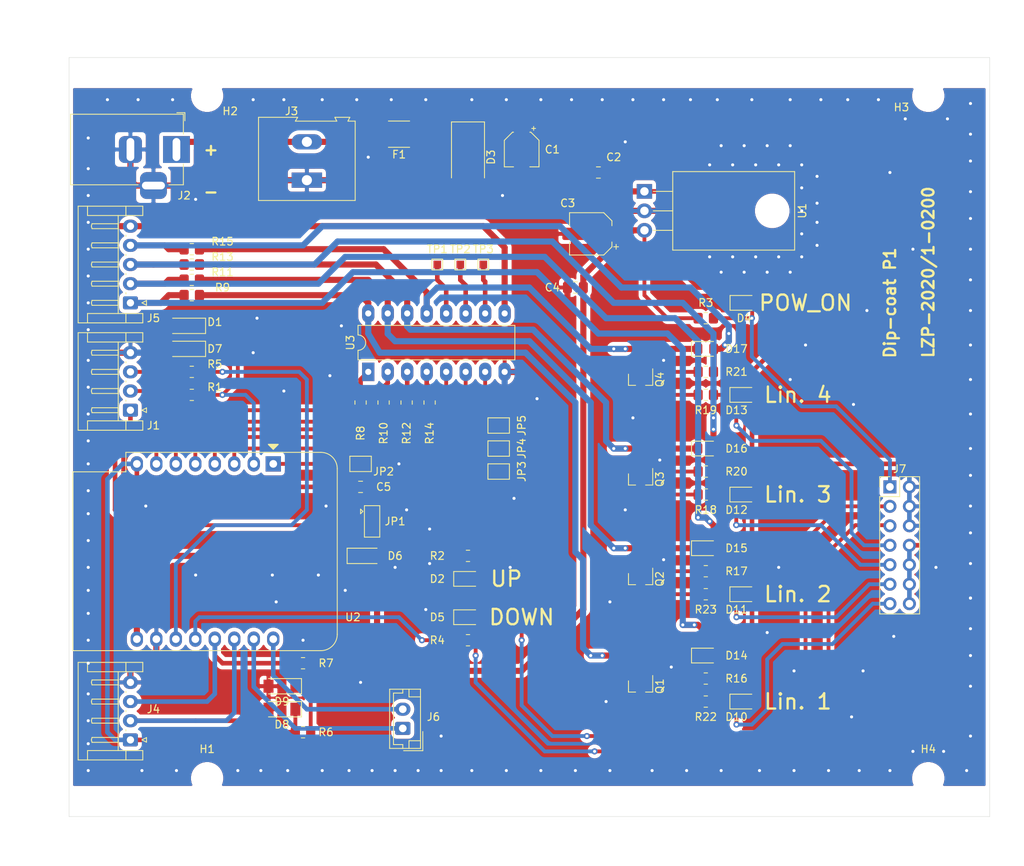
<source format=kicad_pcb>
(kicad_pcb (version 20171130) (host pcbnew "(5.1.9)-1")
  (title_block (title "Dip-coat P1") (date 2021-01-24) (company LU_KFI) (comment 1 LZP-2020/1-0200) (comment 2 "R. Poplausks") (comment 3 "J. Prikulis"))
  (layers (0 F.Cu signal) (31 B.Cu signal) (34 B.Paste user hide) (35 F.Paste user hide) (36 B.SilkS user) (37 F.SilkS user) (38 B.Mask user) (39 F.Mask user) (44 Edge.Cuts user))
  (net 0 "")
  (net 1 GND)
  (net 2 +12V)
  (net 3 +5V)
  (net 4 "Net-(J6-Pad2)")
  (net 5 "Net-(J6-Pad1)")
  (net 6 "Net-(JP2-Pad2)")
  (net 7 "Net-(JP3-Pad2)")
  (net 8 "Net-(JP4-Pad2)")
  (net 9 "Net-(TP1-Pad1)")
  (net 10 "Net-(TP2-Pad1)")
  (net 11 "Net-(TP3-Pad1)")
  (net 12 +3V3)
  (net 13 "Net-(D1-Pad1)")
  (net 14 "Net-(D6-Pad1)")
  (net 15 "Net-(D7-Pad1)")
  (net 16 "Net-(D8-Pad1)")
  (net 17 "Net-(D9-Pad1)")
  (net 18 "Net-(F1-Pad2)")
  (net 19 "Net-(J1-Pad3)")
  (net 20 "Net-(J1-Pad1)")
  (net 21 "Net-(JP5-Pad2)")
  (net 22 "Net-(R8-Pad2)")
  (net 23 "Net-(R8-Pad1)")
  (net 24 "Net-(R10-Pad2)")
  (net 25 "Net-(R10-Pad1)")
  (net 26 "Net-(R12-Pad2)")
  (net 27 "Net-(R12-Pad1)")
  (net 28 "Net-(R14-Pad2)")
  (net 29 "Net-(R14-Pad1)")
  (net 30 "Net-(J1-Pad2)")
  (net 31 "Net-(D14-Pad1)")
  (net 32 "Net-(D14-Pad2)")
  (net 33 "Net-(D15-Pad2)")
  (net 34 "Net-(D15-Pad1)")
  (net 35 "Net-(D16-Pad1)")
  (net 36 "Net-(D16-Pad2)")
  (net 37 "Net-(D17-Pad2)")
  (net 38 "Net-(D17-Pad1)")
  (net 39 "Net-(Q1-Pad1)")
  (net 40 "Net-(Q2-Pad1)")
  (net 41 "Net-(Q3-Pad1)")
  (net 42 "Net-(Q4-Pad1)")
  (net 43 "Net-(R2-Pad1)")
  (net 44 "Net-(R4-Pad1)")
  (net 45 "/SET_UP_LED(+)")
  (net 46 /+5V_On)
  (net 47 "/SET_DOWN_LED(+)")
  (net 48 /L1)
  (net 49 /L2)
  (net 50 /L3)
  (net 51 /L4)
  (net 52 "Net-(Q1-Pad3)")
  (net 53 "Net-(Q2-Pad3)")
  (net 54 "Net-(Q3-Pad3)")
  (net 55 "Net-(Q4-Pad3)")
  (module Package_TO_SOT_SMD:SOT-23 (layer F.Cu) (at 112.5 78 270)
    (fp_text reference Q4 (at 0 -2.5 90) (layer F.SilkS))
    (fp_text value BC817)
    (pad 3 smd rect (at 1 0 270) (size 0.9 0.8) (layers F.Cu F.Paste F.Mask) (net 55 "Net-(Q4-Pad3)"))
    (pad 2 smd rect (at -1 0.95 270) (size 0.9 0.8) (layers F.Cu F.Paste F.Mask) (net 38 "Net-(D17-Pad1)"))
    (pad 1 smd rect (at -1 -0.95 270) (size 0.9 0.8) (layers F.Cu F.Paste F.Mask) (net 42 "Net-(Q4-Pad1)"))
  )
  (module Package_TO_SOT_SMD:SOT-23 (layer F.Cu) (at 112.5 91 270)
    (fp_text reference Q3 (at 0 -2.5 90) (layer F.SilkS))
    (fp_text value BC817)
    (pad 3 smd rect (at 1 0 270) (size 0.9 0.8) (layers F.Cu F.Paste F.Mask) (net 54 "Net-(Q3-Pad3)"))
    (pad 2 smd rect (at -1 0.95 270) (size 0.9 0.8) (layers F.Cu F.Paste F.Mask) (net 35 "Net-(D16-Pad1)"))
    (pad 1 smd rect (at -1 -0.95 270) (size 0.9 0.8) (layers F.Cu F.Paste F.Mask) (net 41 "Net-(Q3-Pad1)"))
  )
  (module Package_TO_SOT_SMD:SOT-23 (layer F.Cu) (at 112.5 104 270)
    (fp_text reference Q2 (at 0 -2.5 90) (layer F.SilkS))
    (fp_text value BC817)
    (pad 3 smd rect (at 1 0 270) (size 0.9 0.8) (layers F.Cu F.Paste F.Mask) (net 53 "Net-(Q2-Pad3)"))
    (pad 2 smd rect (at -1 0.95 270) (size 0.9 0.8) (layers F.Cu F.Paste F.Mask) (net 34 "Net-(D15-Pad1)"))
    (pad 1 smd rect (at -1 -0.95 270) (size 0.9 0.8) (layers F.Cu F.Paste F.Mask) (net 40 "Net-(Q2-Pad1)"))
  )
  (module Package_TO_SOT_SMD:SOT-23 (layer F.Cu) (at 112.5 118 270)
    (fp_text reference Q1 (at 0 -2.5 90) (layer F.SilkS))
    (fp_text value BC817)
    (pad 3 smd rect (at 1 0 270) (size 0.9 0.8) (layers F.Cu F.Paste F.Mask) (net 52 "Net-(Q1-Pad3)"))
    (pad 2 smd rect (at -1 0.95 270) (size 0.9 0.8) (layers F.Cu F.Paste F.Mask) (net 31 "Net-(D14-Pad1)"))
    (pad 1 smd rect (at -1 -0.95 270) (size 0.9 0.8) (layers F.Cu F.Paste F.Mask) (net 39 "Net-(Q1-Pad1)"))
  )
  (module Diode_SMD:D_MiniMELF (layer F.Cu) (at 65.75 118 180)
    (fp_text reference D9 (at 0 -2) (layer F.SilkS))
    (fp_text value D_Zener)
    (pad 2 smd rect (at 1.75 0 180) (size 1.3 1.7) (layers F.Cu F.Paste F.Mask) (net 1 GND))
    (pad 1 smd rect (at -1.75 0 180) (size 1.3 1.7) (layers F.Cu F.Paste F.Mask) (net 17 "Net-(D9-Pad1)"))
  )
  (module Diode_SMD:D_MiniMELF (layer F.Cu) (at 65.75 121 180)
    (fp_text reference D8 (at 0 -2) (layer F.SilkS))
    (fp_text value D_Zener)
    (pad 2 smd rect (at 1.75 0 180) (size 1.3 1.7) (layers F.Cu F.Paste F.Mask) (net 1 GND))
    (pad 1 smd rect (at -1.75 0 180) (size 1.3 1.7) (layers F.Cu F.Paste F.Mask) (net 16 "Net-(D8-Pad1)"))
  )
  (module Diode_SMD:D_MiniMELF (layer F.Cu) (at 53.25 74 180)
    (fp_text reference D7 (at -3.75 0) (layer F.SilkS))
    (fp_text value D_Zener)
    (pad 2 smd rect (at 1.75 0 180) (size 1.3 1.7) (layers F.Cu F.Paste F.Mask) (net 1 GND))
    (pad 1 smd rect (at -1.75 0 180) (size 1.3 1.7) (layers F.Cu F.Paste F.Mask) (net 15 "Net-(D7-Pad1)"))
  )
  (module Diode_SMD:D_MiniMELF (layer F.Cu) (at 53.25 71 180)
    (fp_text reference D1 (at -3.75 0.5) (layer F.SilkS))
    (fp_text value D_Zener)
    (pad 2 smd rect (at 1.75 0 180) (size 1.3 1.7) (layers F.Cu F.Paste F.Mask) (net 1 GND))
    (pad 1 smd rect (at -1.75 0 180) (size 1.3 1.7) (layers F.Cu F.Paste F.Mask) (net 13 "Net-(D1-Pad1)"))
  )
  (module Fuse:Fuse_1812_4532Metric_Pad1.30x3.40mm_HandSolder (layer F.Cu) (at 81.0125 46 180)
    (fp_text reference F1 (at 0 -2.65) (layer F.SilkS))
    (fp_text value ERFSD075)
    (pad 2 smd roundrect (at 2.225 0 180) (size 1.3 3.4) (layers F.Cu F.Paste F.Mask) (roundrect_rratio 0.1923076923076923) (net 18 "Net-(F1-Pad2)"))
    (pad 1 smd roundrect (at -2.225 0 180) (size 1.3 3.4) (layers F.Cu F.Paste F.Mask) (roundrect_rratio 0.1923076923076923) (net 2 +12V))
  )
  (module Diode_SMD:D_SOD-123 (layer F.Cu) (at 76.5 101)
    (fp_text reference D6 (at 4 0) (layer F.SilkS))
    (fp_text value MBR0520)
    (pad 2 smd rect (at 1.65 0) (size 0.9 1.2) (layers F.Cu F.Paste F.Mask) (net 3 +5V))
    (pad 1 smd rect (at -1.65 0) (size 0.9 1.2) (layers F.Cu F.Paste F.Mask) (net 14 "Net-(D6-Pad1)"))
  )
  (module Diode_SMD:D_SMB_Handsoldering (layer F.Cu) (at 90 49 270)
    (fp_text reference D3 (at 0 -3 90) (layer F.SilkS))
    (fp_text value SM6T15A)
    (pad 2 smd rect (at 2.7 0 270) (size 3.5 2.3) (layers F.Cu F.Paste F.Mask) (net 1 GND))
    (pad 1 smd rect (at -2.7 0 270) (size 3.5 2.3) (layers F.Cu F.Paste F.Mask) (net 2 +12V))
  )
  (module MountingHole:MountingHole_3.2mm_M3_DIN965 (layer F.Cu) (at 150 130)
    (fp_text reference H4 (at 0 -3.8) (layer F.SilkS))
    (fp_text value MountingHole)
    (pad 1 np_thru_hole circle (at 0 0) (size 3.2 3.2) (drill 3.2) (layers *.Cu *.Mask))
  )
  (module MountingHole:MountingHole_3.2mm_M3_DIN965 (layer F.Cu) (at 150 41)
    (fp_text reference H3 (at -3.5 1.5) (layer F.SilkS))
    (fp_text value MountingHole)
    (pad 1 np_thru_hole circle (at 0 0) (size 3.2 3.2) (drill 3.2) (layers *.Cu *.Mask))
  )
  (module MountingHole:MountingHole_3.2mm_M3_DIN965 (layer F.Cu) (at 56 41)
    (fp_text reference H2 (at 3 2) (layer F.SilkS))
    (fp_text value MountingHole)
    (pad 1 np_thru_hole circle (at 0 0) (size 3.2 3.2) (drill 3.2) (layers *.Cu *.Mask))
  )
  (module MountingHole:MountingHole_3.2mm_M3_DIN965 (layer F.Cu) (at 56 130)
    (fp_text reference H1 (at 0 -3.8) (layer F.SilkS))
    (fp_text value MountingHole)
    (pad "" np_thru_hole circle (at 0 0) (size 3.2 3.2) (drill 3.2) (layers *.Cu *.Mask))
  )
  (module Diode_SMD:D_0805_2012Metric_Pad1.15x1.40mm_HandSolder (layer F.Cu) (at 121 114)
    (fp_text reference D14 (at 4 0) (layer F.SilkS))
    (fp_text value D)
    (pad 2 smd roundrect (at 1.025 0) (size 1.15 1.4) (layers F.Cu F.Paste F.Mask) (roundrect_rratio 0.2173904347826087) (net 32 "Net-(D14-Pad2)"))
    (pad 1 smd roundrect (at -1.025 0) (size 1.15 1.4) (layers F.Cu F.Paste F.Mask) (roundrect_rratio 0.2173904347826087) (net 31 "Net-(D14-Pad1)"))
  )
  (module Connector_JST:JST_EH_S4B-EH_1x04_P2.50mm_Horizontal (layer F.Cu) (at 46 82 90)
    (fp_text reference J1 (at -2 3 180) (layer F.SilkS))
    (fp_text value UP_DOWN_STOP)
    (pad 4 thru_hole oval (at 7.5 0 90) (size 1.7 1.95) (drill 0.95) (layers *.Cu *.Mask) (net 1 GND))
    (pad 3 thru_hole oval (at 5 0 90) (size 1.7 1.95) (drill 0.95) (layers *.Cu *.Mask) (net 19 "Net-(J1-Pad3)"))
    (pad 2 thru_hole oval (at 2.5 0 90) (size 1.7 1.95) (drill 0.95) (layers *.Cu *.Mask) (net 30 "Net-(J1-Pad2)"))
    (pad 1 thru_hole roundrect (at 0 0 90) (size 1.7 1.95) (drill 0.95) (layers *.Cu *.Mask) (roundrect_rratio 0.1470588235294118) (net 20 "Net-(J1-Pad1)"))
  )
  (module Module:WEMOS_D1_mini_light (layer F.Cu) (at 64.62 89 270)
    (fp_text reference U2 (at 20 -10.38 180) (layer F.SilkS))
    (fp_text value WeMos_D1_mini)
    (pad 2 thru_hole oval (at 0 2.54 270) (size 2 1.6) (drill 1) (layers *.Cu *.Mask) (net 13 "Net-(D1-Pad1)"))
    (pad 1 thru_hole rect (at 0 0 270) (size 2 2) (drill 1) (layers *.Cu *.Mask) (net 6 "Net-(JP2-Pad2)"))
    (pad 3 thru_hole oval (at 0 5.08 270) (size 2 1.6) (drill 1) (layers *.Cu *.Mask) (net 43 "Net-(R2-Pad1)"))
    (pad 4 thru_hole oval (at 0 7.62 270) (size 2 1.6) (drill 1) (layers *.Cu *.Mask) (net 28 "Net-(R14-Pad2)"))
    (pad 5 thru_hole oval (at 0 10.16 270) (size 2 1.6) (drill 1) (layers *.Cu *.Mask) (net 26 "Net-(R12-Pad2)"))
    (pad 6 thru_hole oval (at 0 12.7 270) (size 2 1.6) (drill 1) (layers *.Cu *.Mask) (net 24 "Net-(R10-Pad2)"))
    (pad 7 thru_hole oval (at 0 15.24 270) (size 2 1.6) (drill 1) (layers *.Cu *.Mask) (net 22 "Net-(R8-Pad2)"))
    (pad 8 thru_hole oval (at 0 17.78 270) (size 2 1.6) (drill 1) (layers *.Cu *.Mask) (net 12 +3V3))
    (pad 9 thru_hole oval (at 22.86 17.78 270) (size 2 1.6) (drill 1) (layers *.Cu *.Mask) (net 14 "Net-(D6-Pad1)"))
    (pad 10 thru_hole oval (at 22.86 15.24 270) (size 2 1.6) (drill 1) (layers *.Cu *.Mask) (net 1 GND))
    (pad 11 thru_hole oval (at 22.86 12.7 270) (size 2 1.6) (drill 1) (layers *.Cu *.Mask) (net 15 "Net-(D7-Pad1)"))
    (pad 12 thru_hole oval (at 22.86 10.16 270) (size 2 1.6) (drill 1) (layers *.Cu *.Mask) (net 44 "Net-(R4-Pad1)"))
    (pad 13 thru_hole oval (at 22.86 7.62 270) (size 2 1.6) (drill 1) (layers *.Cu *.Mask) (net 17 "Net-(D9-Pad1)"))
    (pad 14 thru_hole oval (at 22.86 5.08 270) (size 2 1.6) (drill 1) (layers *.Cu *.Mask) (net 16 "Net-(D8-Pad1)"))
    (pad 15 thru_hole oval (at 22.86 2.54 270) (size 2 1.6) (drill 1) (layers *.Cu *.Mask) (net 5 "Net-(J6-Pad1)"))
    (pad 16 thru_hole oval (at 22.86 0 270) (size 2 1.6) (drill 1) (layers *.Cu *.Mask) (net 4 "Net-(J6-Pad2)"))
  )
  (module Connector_JST:JST_EH_S4B-EH_1x04_P2.50mm_Horizontal (layer F.Cu) (at 46 125 90)
    (fp_text reference J4 (at 4 3 180) (layer F.SilkS))
    (fp_text value Temp_Port)
    (pad 4 thru_hole oval (at 7.5 0 90) (size 1.7 1.95) (drill 0.95) (layers *.Cu *.Mask) (net 1 GND))
    (pad 3 thru_hole oval (at 5 0 90) (size 1.7 1.95) (drill 0.95) (layers *.Cu *.Mask) (net 17 "Net-(D9-Pad1)"))
    (pad 2 thru_hole oval (at 2.5 0 90) (size 1.7 1.95) (drill 0.95) (layers *.Cu *.Mask) (net 16 "Net-(D8-Pad1)"))
    (pad 1 thru_hole roundrect (at 0 0 90) (size 1.7 1.95) (drill 0.95) (layers *.Cu *.Mask) (roundrect_rratio 0.1470588235294118) (net 12 +3V3))
  )
  (module Connector_JST:JST_EH_B2B-EH-A_1x02_P2.50mm_Vertical (layer F.Cu) (at 81.5 123.5 90)
    (fp_text reference J6 (at 1.5 4 180) (layer F.SilkS))
    (fp_text value RX/TX)
    (pad 1 thru_hole roundrect (at 0 0 90) (size 1.7 2) (drill 1) (layers *.Cu *.Mask) (roundrect_rratio 0.1470588235294118) (net 5 "Net-(J6-Pad1)"))
    (pad 2 thru_hole oval (at 2.5 0 90) (size 1.7 2) (drill 1) (layers *.Cu *.Mask) (net 4 "Net-(J6-Pad2)"))
  )
  (module Resistor_SMD:R_0805_2012Metric_Pad1.20x1.40mm_HandSolder (layer F.Cu) (at 121 93 180)
    (fp_text reference R18 (at 0 -2) (layer F.SilkS))
    (fp_text value 1k)
    (pad 2 smd roundrect (at 1 0 180) (size 1.2 1.4) (layers F.Cu F.Paste F.Mask) (roundrect_rratio 0.2083325) (net 54 "Net-(Q3-Pad3)"))
    (pad 1 smd roundrect (at -1 0 180) (size 1.2 1.4) (layers F.Cu F.Paste F.Mask) (roundrect_rratio 0.2083325) (net 50 /L3))
  )
  (module Resistor_SMD:R_0805_2012Metric_Pad1.20x1.40mm_HandSolder (layer F.Cu) (at 121 80 180)
    (fp_text reference R19 (at 0 -2) (layer F.SilkS))
    (fp_text value 1k)
    (pad 1 smd roundrect (at -1 0 180) (size 1.2 1.4) (layers F.Cu F.Paste F.Mask) (roundrect_rratio 0.2083325) (net 51 /L4))
    (pad 2 smd roundrect (at 1 0 180) (size 1.2 1.4) (layers F.Cu F.Paste F.Mask) (roundrect_rratio 0.2083325) (net 55 "Net-(Q4-Pad3)"))
  )
  (module LED_SMD:LED_0805_2012Metric_Pad1.15x1.40mm_HandSolder (layer F.Cu) (at 126 93)
    (fp_text reference D12 (at -1 2) (layer F.SilkS))
    (fp_text value LED)
    (pad 2 smd roundrect (at 1.025 0) (size 1.15 1.4) (layers F.Cu F.Paste F.Mask) (roundrect_rratio 0.2173904347826087) (net 2 +12V))
    (pad 1 smd roundrect (at -1.025 0) (size 1.15 1.4) (layers F.Cu F.Paste F.Mask) (roundrect_rratio 0.2173904347826087) (net 50 /L3))
  )
  (module LED_SMD:LED_0805_2012Metric_Pad1.15x1.40mm_HandSolder (layer F.Cu) (at 126 106)
    (fp_text reference D11 (at -1 2) (layer F.SilkS))
    (fp_text value LED)
    (pad 2 smd roundrect (at 1.025 0) (size 1.15 1.4) (layers F.Cu F.Paste F.Mask) (roundrect_rratio 0.2173904347826087) (net 2 +12V))
    (pad 1 smd roundrect (at -1.025 0) (size 1.15 1.4) (layers F.Cu F.Paste F.Mask) (roundrect_rratio 0.2173904347826087) (net 49 /L2))
  )
  (module LED_SMD:LED_0805_2012Metric_Pad1.15x1.40mm_HandSolder (layer F.Cu) (at 126 120)
    (fp_text reference D10 (at -1 2) (layer F.SilkS))
    (fp_text value LED)
    (pad 2 smd roundrect (at 1.025 0) (size 1.15 1.4) (layers F.Cu F.Paste F.Mask) (roundrect_rratio 0.2173904347826087) (net 2 +12V))
    (pad 1 smd roundrect (at -1.025 0) (size 1.15 1.4) (layers F.Cu F.Paste F.Mask) (roundrect_rratio 0.2173904347826087) (net 48 /L1))
  )
  (module LED_SMD:LED_0805_2012Metric_Pad1.15x1.40mm_HandSolder (layer F.Cu) (at 126 80)
    (fp_text reference D13 (at -1 2) (layer F.SilkS))
    (fp_text value LED)
    (pad 2 smd roundrect (at 1.025 0) (size 1.15 1.4) (layers F.Cu F.Paste F.Mask) (roundrect_rratio 0.2173904347826087) (net 2 +12V))
    (pad 1 smd roundrect (at -1.025 0) (size 1.15 1.4) (layers F.Cu F.Paste F.Mask) (roundrect_rratio 0.2173904347826087) (net 51 /L4))
  )
  (module Package_TO_SOT_THT:TO-220-3_Horizontal_TabDown (layer F.Cu) (at 113 53.46 270)
    (fp_text reference U1 (at 2.54 -20.58 90) (layer F.SilkS))
    (fp_text value LM7805_TO220)
    (pad 3 thru_hole oval (at 5.08 0 270) (size 1.905 2) (drill 1.1) (layers *.Cu *.Mask) (net 3 +5V))
    (pad 2 thru_hole oval (at 2.54 0 270) (size 1.905 2) (drill 1.1) (layers *.Cu *.Mask) (net 1 GND))
    (pad 1 thru_hole rect (at 0 0 270) (size 1.905 2) (drill 1.1) (layers *.Cu *.Mask) (net 2 +12V))
    (pad "" np_thru_hole oval (at 2.54 -16.66 270) (size 3.5 3.5) (drill 3.5) (layers *.Cu *.Mask))
  )
  (module Resistor_SMD:R_0805_2012Metric_Pad1.20x1.40mm_HandSolder (layer F.Cu) (at 68.5 115 180)
    (fp_text reference R7 (at -3 0) (layer F.SilkS))
    (fp_text value 10k)
    (pad 2 smd roundrect (at 1 0 180) (size 1.2 1.4) (layers F.Cu F.Paste F.Mask) (roundrect_rratio 0.2083325) (net 17 "Net-(D9-Pad1)"))
    (pad 1 smd roundrect (at -1 0 180) (size 1.2 1.4) (layers F.Cu F.Paste F.Mask) (roundrect_rratio 0.2083325) (net 12 +3V3))
  )
  (module Resistor_SMD:R_0805_2012Metric_Pad1.20x1.40mm_HandSolder (layer F.Cu) (at 68.5 124 180)
    (fp_text reference R6 (at -3 0) (layer F.SilkS))
    (fp_text value 10k)
    (pad 2 smd roundrect (at 1 0 180) (size 1.2 1.4) (layers F.Cu F.Paste F.Mask) (roundrect_rratio 0.2083325) (net 16 "Net-(D8-Pad1)"))
    (pad 1 smd roundrect (at -1 0 180) (size 1.2 1.4) (layers F.Cu F.Paste F.Mask) (roundrect_rratio 0.2083325) (net 12 +3V3))
  )
  (module Resistor_SMD:R_0805_2012Metric_Pad1.20x1.40mm_HandSolder (layer F.Cu) (at 54 77 180)
    (fp_text reference R5 (at -3 1) (layer F.SilkS))
    (fp_text value 10k)
    (pad 2 smd roundrect (at 1 0 180) (size 1.2 1.4) (layers F.Cu F.Paste F.Mask) (roundrect_rratio 0.2083325) (net 19 "Net-(J1-Pad3)"))
    (pad 1 smd roundrect (at -1 0 180) (size 1.2 1.4) (layers F.Cu F.Paste F.Mask) (roundrect_rratio 0.2083325) (net 15 "Net-(D7-Pad1)"))
  )
  (module Resistor_SMD:R_0805_2012Metric_Pad1.20x1.40mm_HandSolder (layer F.Cu) (at 90 112)
    (fp_text reference R4 (at -4 0) (layer F.SilkS))
    (fp_text value 1k)
    (pad 2 smd roundrect (at 1 0) (size 1.2 1.4) (layers F.Cu F.Paste F.Mask) (roundrect_rratio 0.2083325) (net 47 "/SET_DOWN_LED(+)"))
    (pad 1 smd roundrect (at -1 0) (size 1.2 1.4) (layers F.Cu F.Paste F.Mask) (roundrect_rratio 0.2083325) (net 44 "Net-(R4-Pad1)"))
  )
  (module Resistor_SMD:R_0805_2012Metric_Pad1.20x1.40mm_HandSolder (layer F.Cu) (at 121 70)
    (fp_text reference R3 (at 0 -2) (layer F.SilkS))
    (fp_text value "330 ")
    (pad 2 smd roundrect (at 1 0) (size 1.2 1.4) (layers F.Cu F.Paste F.Mask) (roundrect_rratio 0.2083325) (net 46 /+5V_On))
    (pad 1 smd roundrect (at -1 0) (size 1.2 1.4) (layers F.Cu F.Paste F.Mask) (roundrect_rratio 0.2083325) (net 3 +5V))
  )
  (module Resistor_SMD:R_0805_2012Metric_Pad1.20x1.40mm_HandSolder (layer F.Cu) (at 90 101)
    (fp_text reference R2 (at -4 0) (layer F.SilkS))
    (fp_text value 1k)
    (pad 2 smd roundrect (at 1 0) (size 1.2 1.4) (layers F.Cu F.Paste F.Mask) (roundrect_rratio 0.2083325) (net 45 "/SET_UP_LED(+)"))
    (pad 1 smd roundrect (at -1 0) (size 1.2 1.4) (layers F.Cu F.Paste F.Mask) (roundrect_rratio 0.2083325) (net 43 "Net-(R2-Pad1)"))
  )
  (module Resistor_SMD:R_0805_2012Metric_Pad1.20x1.40mm_HandSolder (layer F.Cu) (at 54 80 180)
    (fp_text reference R1 (at -3 1 180) (layer F.SilkS))
    (fp_text value 10k)
    (pad 2 smd roundrect (at 1 0 180) (size 1.2 1.4) (layers F.Cu F.Paste F.Mask) (roundrect_rratio 0.2083325) (net 30 "Net-(J1-Pad2)"))
    (pad 1 smd roundrect (at -1 0 180) (size 1.2 1.4) (layers F.Cu F.Paste F.Mask) (roundrect_rratio 0.2083325) (net 13 "Net-(D1-Pad1)"))
  )
  (module TerminalBlock:TerminalBlock_Altech_AK300-2_P5.00mm (layer F.Cu) (at 69 52 90)
    (fp_text reference J3 (at 9 -2 180) (layer F.SilkS))
    (fp_text value Screw_Terminal_01x02)
    (pad 2 thru_hole oval (at 5 0 90) (size 1.98 3.96) (drill 1.32) (layers *.Cu *.Mask) (net 18 "Net-(F1-Pad2)"))
    (pad 1 thru_hole rect (at 0 0 90) (size 1.98 3.96) (drill 1.32) (layers *.Cu *.Mask) (net 1 GND))
  )
  (module LED_SMD:LED_0805_2012Metric_Pad1.15x1.40mm_HandSolder (layer F.Cu) (at 90 109)
    (fp_text reference D5 (at -4 0) (layer F.SilkS))
    (fp_text value Step_DOWN)
    (pad 2 smd roundrect (at 1.025 0) (size 1.15 1.4) (layers F.Cu F.Paste F.Mask) (roundrect_rratio 0.2173904347826087) (net 47 "/SET_DOWN_LED(+)"))
    (pad 1 smd roundrect (at -1.025 0) (size 1.15 1.4) (layers F.Cu F.Paste F.Mask) (roundrect_rratio 0.2173904347826087) (net 1 GND))
  )
  (module LED_SMD:LED_0805_2012Metric_Pad1.15x1.40mm_HandSolder (layer F.Cu) (at 126.025 68)
    (fp_text reference D4 (at -0.025 2) (layer F.SilkS))
    (fp_text value +5V_On)
    (pad 2 smd roundrect (at 1.025 0) (size 1.15 1.4) (layers F.Cu F.Paste F.Mask) (roundrect_rratio 0.2173904347826087) (net 46 /+5V_On))
    (pad 1 smd roundrect (at -1.025 0) (size 1.15 1.4) (layers F.Cu F.Paste F.Mask) (roundrect_rratio 0.2173904347826087) (net 1 GND))
  )
  (module LED_SMD:LED_0805_2012Metric_Pad1.15x1.40mm_HandSolder (layer F.Cu) (at 90 104)
    (fp_text reference D2 (at -4 0) (layer F.SilkS))
    (fp_text value Step_UP)
    (pad 2 smd roundrect (at 1.025 0) (size 1.15 1.4) (layers F.Cu F.Paste F.Mask) (roundrect_rratio 0.2173904347826087) (net 45 "/SET_UP_LED(+)"))
    (pad 1 smd roundrect (at -1.025 0) (size 1.15 1.4) (layers F.Cu F.Paste F.Mask) (roundrect_rratio 0.2173904347826087) (net 1 GND))
  )
  (module Capacitor_SMD:CP_Elec_5x3 (layer F.Cu) (at 106 59 180)
    (fp_text reference C3 (at 3 4) (layer F.SilkS))
    (fp_text value 1000uF)
    (pad 2 smd roundrect (at 2.2 0 180) (size 3 1.6) (layers F.Cu F.Paste F.Mask) (roundrect_rratio 0.15625) (net 1 GND))
    (pad 1 smd roundrect (at -2.2 0 180) (size 3 1.6) (layers F.Cu F.Paste F.Mask) (roundrect_rratio 0.15625) (net 3 +5V))
  )
  (module Jumper:SolderJumper-3_P1.3mm_Open_Pad1.0x1.5mm (layer F.Cu) (at 77.5 96.5 270)
    (fp_text reference JP1 (at 0 -3 180) (layer F.SilkS))
    (fp_text value SolderJumper_3_Open)
    (pad 1 smd rect (at -1.3 0 270) (size 1 1.5) (layers F.Cu F.Mask) (net 12 +3V3))
    (pad 2 smd rect (at 0 0 270) (size 1 1.5) (layers F.Cu F.Mask) (net 20 "Net-(J1-Pad1)"))
    (pad 3 smd rect (at 1.3 0 270) (size 1 1.5) (layers F.Cu F.Mask) (net 3 +5V))
  )
  (module Capacitor_SMD:CP_Elec_4x3 (layer F.Cu) (at 97 48 270)
    (fp_text reference C1 (at 0 -4 180) (layer F.SilkS))
    (fp_text value 1000uF)
    (pad 1 smd roundrect (at -1.8 0 270) (size 2.6 1.6) (layers F.Cu F.Paste F.Mask) (roundrect_rratio 0.15625) (net 2 +12V))
    (pad 2 smd roundrect (at 1.8 0 270) (size 2.6 1.6) (layers F.Cu F.Paste F.Mask) (roundrect_rratio 0.15625) (net 1 GND))
  )
  (module Capacitor_SMD:C_0805_2012Metric_Pad1.18x1.45mm_HandSolder (layer F.Cu) (at 107 51 180)
    (fp_text reference C2 (at -2 2) (layer F.SilkS))
    (fp_text value 0.1m)
    (pad 2 smd roundrect (at 1.0375 0 180) (size 1.175 1.45) (layers F.Cu F.Paste F.Mask) (roundrect_rratio 0.2127659574468085) (net 1 GND))
    (pad 1 smd roundrect (at -1.0375 0 180) (size 1.175 1.45) (layers F.Cu F.Paste F.Mask) (roundrect_rratio 0.2127659574468085) (net 2 +12V))
  )
  (module Capacitor_SMD:C_0805_2012Metric_Pad1.18x1.45mm_HandSolder (layer F.Cu) (at 104 66 180)
    (fp_text reference C4 (at 3 0) (layer F.SilkS))
    (fp_text value 0.1m)
    (pad 1 smd roundrect (at -1.0375 0 180) (size 1.175 1.45) (layers F.Cu F.Paste F.Mask) (roundrect_rratio 0.2127659574468085) (net 3 +5V))
    (pad 2 smd roundrect (at 1.0375 0 180) (size 1.175 1.45) (layers F.Cu F.Paste F.Mask) (roundrect_rratio 0.2127659574468085) (net 1 GND))
  )
  (module Capacitor_SMD:C_0805_2012Metric_Pad1.18x1.45mm_HandSolder (layer F.Cu) (at 76 92 180)
    (fp_text reference C5 (at -3 0) (layer F.SilkS))
    (fp_text value C_Small)
    (pad 1 smd roundrect (at -1.0375 0 180) (size 1.175 1.45) (layers F.Cu F.Paste F.Mask) (roundrect_rratio 0.2127659574468085) (net 1 GND))
    (pad 2 smd roundrect (at 1.0375 0 180) (size 1.175 1.45) (layers F.Cu F.Paste F.Mask) (roundrect_rratio 0.2127659574468085) (net 12 +3V3))
  )
  (module Connector_BarrelJack:BarrelJack_Horizontal (layer F.Cu) (at 52 48)
    (fp_text reference J2 (at 1 6) (layer F.SilkS))
    (fp_text value "In_12V DC")
    (pad 1 thru_hole rect (at 0 0) (size 3.5 3.5) (drill oval 1 3) (layers *.Cu *.Mask) (net 18 "Net-(F1-Pad2)"))
    (pad 2 thru_hole roundrect (at -6 0) (size 3 3.5) (drill oval 1 3) (layers *.Cu *.Mask) (net 1 GND))
    (pad 3 thru_hole roundrect (at -3 4.7) (size 3.5 3.5) (drill oval 3 1) (layers *.Cu *.Mask) (net 1 GND))
  )
  (module Jumper:SolderJumper-2_P1.3mm_Open_Pad1.0x1.5mm (layer F.Cu) (at 76 89 180)
    (fp_text reference JP2 (at -3 -1) (layer F.SilkS))
    (fp_text value SolderJumper_2_Open)
    (pad 2 smd rect (at 0.65 0 180) (size 1 1.5) (layers F.Cu F.Mask) (net 6 "Net-(JP2-Pad2)"))
    (pad 1 smd rect (at -0.65 0 180) (size 1 1.5) (layers F.Cu F.Mask) (net 1 GND))
  )
  (module Jumper:SolderJumper-2_P1.3mm_Open_Pad1.0x1.5mm (layer F.Cu) (at 94 90 180)
    (fp_text reference JP3 (at -3 0 90) (layer F.SilkS))
    (fp_text value InJP)
    (pad 1 smd rect (at -0.65 0 180) (size 1 1.5) (layers F.Cu F.Mask) (net 1 GND))
    (pad 2 smd rect (at 0.65 0 180) (size 1 1.5) (layers F.Cu F.Mask) (net 7 "Net-(JP3-Pad2)"))
  )
  (module Jumper:SolderJumper-2_P1.3mm_Open_Pad1.0x1.5mm (layer F.Cu) (at 94 87 180)
    (fp_text reference JP4 (at -3 0 270) (layer F.SilkS))
    (fp_text value InJP)
    (pad 2 smd rect (at 0.65 0 180) (size 1 1.5) (layers F.Cu F.Mask) (net 8 "Net-(JP4-Pad2)"))
    (pad 1 smd rect (at -0.65 0 180) (size 1 1.5) (layers F.Cu F.Mask) (net 1 GND))
  )
  (module Jumper:SolderJumper-2_P1.3mm_Open_Pad1.0x1.5mm (layer F.Cu) (at 94 84 180)
    (fp_text reference JP5 (at -3 0 270) (layer F.SilkS))
    (fp_text value InJP)
    (pad 1 smd rect (at -0.65 0 180) (size 1 1.5) (layers F.Cu F.Mask) (net 1 GND))
    (pad 2 smd rect (at 0.65 0 180) (size 1 1.5) (layers F.Cu F.Mask) (net 21 "Net-(JP5-Pad2)"))
  )
  (module TestPoint:TestPoint_Pad_1.0x1.0mm (layer F.Cu) (at 86 63 270)
    (fp_text reference TP1 (at -2 0 180) (layer F.SilkS))
    (fp_text value TP)
    (pad 1 smd rect (at 0 0 270) (size 1 1) (layers F.Cu F.Mask) (net 9 "Net-(TP1-Pad1)"))
  )
  (module TestPoint:TestPoint_Pad_1.0x1.0mm (layer F.Cu) (at 89 63 270)
    (fp_text reference TP2 (at -2 0 180) (layer F.SilkS))
    (fp_text value TP)
    (pad 1 smd rect (at 0 0 270) (size 1 1) (layers F.Cu F.Mask) (net 10 "Net-(TP2-Pad1)"))
  )
  (module TestPoint:TestPoint_Pad_1.0x1.0mm (layer F.Cu) (at 92 63 270)
    (fp_text reference TP3 (at -2 0 180) (layer F.SilkS))
    (fp_text value TP)
    (pad 1 smd rect (at 0 0 270) (size 1 1) (layers F.Cu F.Mask) (net 11 "Net-(TP3-Pad1)"))
  )
  (module Package_DIP:DIP-16_W7.62mm_LongPads (layer F.Cu) (at 77 77 90)
    (fp_text reference U3 (at 3.81 -2.33 90) (layer F.SilkS))
    (fp_text value ULN2003)
    (pad 1 thru_hole rect (at 0 0 90) (size 2.4 1.6) (drill 0.8) (layers *.Cu *.Mask) (net 23 "Net-(R8-Pad1)"))
    (pad 9 thru_hole oval (at 7.62 17.78 90) (size 2.4 1.6) (drill 0.8) (layers *.Cu *.Mask) (net 2 +12V))
    (pad 2 thru_hole oval (at 0 2.54 90) (size 2.4 1.6) (drill 0.8) (layers *.Cu *.Mask) (net 25 "Net-(R10-Pad1)"))
    (pad 10 thru_hole oval (at 7.62 15.24 90) (size 2.4 1.6) (drill 0.8) (layers *.Cu *.Mask) (net 11 "Net-(TP3-Pad1)"))
    (pad 3 thru_hole oval (at 0 5.08 90) (size 2.4 1.6) (drill 0.8) (layers *.Cu *.Mask) (net 27 "Net-(R12-Pad1)"))
    (pad 11 thru_hole oval (at 7.62 12.7 90) (size 2.4 1.6) (drill 0.8) (layers *.Cu *.Mask) (net 10 "Net-(TP2-Pad1)"))
    (pad 4 thru_hole oval (at 0 7.62 90) (size 2.4 1.6) (drill 0.8) (layers *.Cu *.Mask) (net 29 "Net-(R14-Pad1)"))
    (pad 12 thru_hole oval (at 7.62 10.16 90) (size 2.4 1.6) (drill 0.8) (layers *.Cu *.Mask) (net 9 "Net-(TP1-Pad1)"))
    (pad 5 thru_hole oval (at 0 10.16 90) (size 2.4 1.6) (drill 0.8) (layers *.Cu *.Mask) (net 7 "Net-(JP3-Pad2)"))
    (pad 13 thru_hole oval (at 7.62 7.62 90) (size 2.4 1.6) (drill 0.8) (layers *.Cu *.Mask) (net 38 "Net-(D17-Pad1)"))
    (pad 6 thru_hole oval (at 0 12.7 90) (size 2.4 1.6) (drill 0.8) (layers *.Cu *.Mask) (net 8 "Net-(JP4-Pad2)"))
    (pad 14 thru_hole oval (at 7.62 5.08 90) (size 2.4 1.6) (drill 0.8) (layers *.Cu *.Mask) (net 35 "Net-(D16-Pad1)"))
    (pad 7 thru_hole oval (at 0 15.24 90) (size 2.4 1.6) (drill 0.8) (layers *.Cu *.Mask) (net 21 "Net-(JP5-Pad2)"))
    (pad 15 thru_hole oval (at 7.62 2.54 90) (size 2.4 1.6) (drill 0.8) (layers *.Cu *.Mask) (net 34 "Net-(D15-Pad1)"))
    (pad 8 thru_hole oval (at 0 17.78 90) (size 2.4 1.6) (drill 0.8) (layers *.Cu *.Mask) (net 1 GND))
    (pad 16 thru_hole oval (at 7.62 0 90) (size 2.4 1.6) (drill 0.8) (layers *.Cu *.Mask) (net 31 "Net-(D14-Pad1)"))
  )
  (module Resistor_SMD:R_0805_2012Metric_Pad1.20x1.40mm_HandSolder (layer F.Cu) (at 76 81 270)
    (fp_text reference R8 (at 4 0 90) (layer F.SilkS))
    (fp_text value 10k)
    (pad 2 smd roundrect (at 1 0 270) (size 1.2 1.4) (layers F.Cu F.Paste F.Mask) (roundrect_rratio 0.2083325) (net 22 "Net-(R8-Pad2)"))
    (pad 1 smd roundrect (at -1 0 270) (size 1.2 1.4) (layers F.Cu F.Paste F.Mask) (roundrect_rratio 0.2083325) (net 23 "Net-(R8-Pad1)"))
  )
  (module Resistor_SMD:R_0805_2012Metric_Pad1.20x1.40mm_HandSolder (layer F.Cu) (at 54 67)
    (fp_text reference R9 (at 4 -1) (layer F.SilkS))
    (fp_text value 1*Om)
    (pad 1 smd roundrect (at -1 0) (size 1.2 1.4) (layers F.Cu F.Paste F.Mask) (roundrect_rratio 0.2083325) (net 32 "Net-(D14-Pad2)"))
    (pad 2 smd roundrect (at 1 0) (size 1.2 1.4) (layers F.Cu F.Paste F.Mask) (roundrect_rratio 0.2083325) (net 31 "Net-(D14-Pad1)"))
  )
  (module Resistor_SMD:R_0805_2012Metric_Pad1.20x1.40mm_HandSolder (layer F.Cu) (at 79 81 270)
    (fp_text reference R10 (at 4 0 90) (layer F.SilkS))
    (fp_text value 10k)
    (pad 1 smd roundrect (at -1 0 270) (size 1.2 1.4) (layers F.Cu F.Paste F.Mask) (roundrect_rratio 0.2083325) (net 25 "Net-(R10-Pad1)"))
    (pad 2 smd roundrect (at 1 0 270) (size 1.2 1.4) (layers F.Cu F.Paste F.Mask) (roundrect_rratio 0.2083325) (net 24 "Net-(R10-Pad2)"))
  )
  (module Resistor_SMD:R_0805_2012Metric_Pad1.20x1.40mm_HandSolder (layer F.Cu) (at 54 65)
    (fp_text reference R11 (at 4 -1) (layer F.SilkS))
    (fp_text value 1*Om)
    (pad 1 smd roundrect (at -1 0) (size 1.2 1.4) (layers F.Cu F.Paste F.Mask) (roundrect_rratio 0.2083325) (net 33 "Net-(D15-Pad2)"))
    (pad 2 smd roundrect (at 1 0) (size 1.2 1.4) (layers F.Cu F.Paste F.Mask) (roundrect_rratio 0.2083325) (net 34 "Net-(D15-Pad1)"))
  )
  (module Resistor_SMD:R_0805_2012Metric_Pad1.20x1.40mm_HandSolder (layer F.Cu) (at 82 81 270)
    (fp_text reference R12 (at 4 0 90) (layer F.SilkS))
    (fp_text value 10k)
    (pad 2 smd roundrect (at 1 0 270) (size 1.2 1.4) (layers F.Cu F.Paste F.Mask) (roundrect_rratio 0.2083325) (net 26 "Net-(R12-Pad2)"))
    (pad 1 smd roundrect (at -1 0 270) (size 1.2 1.4) (layers F.Cu F.Paste F.Mask) (roundrect_rratio 0.2083325) (net 27 "Net-(R12-Pad1)"))
  )
  (module Resistor_SMD:R_0805_2012Metric_Pad1.20x1.40mm_HandSolder (layer F.Cu) (at 54 63)
    (fp_text reference R13 (at 4 -1) (layer F.SilkS))
    (fp_text value 1*Om)
    (pad 2 smd roundrect (at 1 0) (size 1.2 1.4) (layers F.Cu F.Paste F.Mask) (roundrect_rratio 0.2083325) (net 35 "Net-(D16-Pad1)"))
    (pad 1 smd roundrect (at -1 0) (size 1.2 1.4) (layers F.Cu F.Paste F.Mask) (roundrect_rratio 0.2083325) (net 36 "Net-(D16-Pad2)"))
  )
  (module Resistor_SMD:R_0805_2012Metric_Pad1.20x1.40mm_HandSolder (layer F.Cu) (at 85 81 270)
    (fp_text reference R14 (at 4 0 90) (layer F.SilkS))
    (fp_text value 10k)
    (pad 2 smd roundrect (at 1 0 270) (size 1.2 1.4) (layers F.Cu F.Paste F.Mask) (roundrect_rratio 0.2083325) (net 28 "Net-(R14-Pad2)"))
    (pad 1 smd roundrect (at -1 0 270) (size 1.2 1.4) (layers F.Cu F.Paste F.Mask) (roundrect_rratio 0.2083325) (net 29 "Net-(R14-Pad1)"))
  )
  (module Resistor_SMD:R_0805_2012Metric_Pad1.20x1.40mm_HandSolder (layer F.Cu) (at 54 61)
    (fp_text reference R15 (at 4 -1) (layer F.SilkS))
    (fp_text value 1*Om)
    (pad 1 smd roundrect (at -1 0) (size 1.2 1.4) (layers F.Cu F.Paste F.Mask) (roundrect_rratio 0.2083325) (net 37 "Net-(D17-Pad2)"))
    (pad 2 smd roundrect (at 1 0) (size 1.2 1.4) (layers F.Cu F.Paste F.Mask) (roundrect_rratio 0.2083325) (net 38 "Net-(D17-Pad1)"))
  )
  (module Connector_JST:JST_EH_S5B-EH_1x05_P2.50mm_Horizontal (layer F.Cu) (at 46 68 90)
    (fp_text reference J5 (at -2 3 180) (layer F.SilkS))
    (fp_text value StepMotor)
    (pad 1 thru_hole roundrect (at 0 0 90) (size 1.7 1.95) (drill 0.95) (layers *.Cu *.Mask) (roundrect_rratio 0.1470588235294118) (net 32 "Net-(D14-Pad2)"))
    (pad 2 thru_hole oval (at 2.5 0 90) (size 1.7 1.95) (drill 0.95) (layers *.Cu *.Mask) (net 33 "Net-(D15-Pad2)"))
    (pad 3 thru_hole oval (at 5 0 90) (size 1.7 1.95) (drill 0.95) (layers *.Cu *.Mask) (net 36 "Net-(D16-Pad2)"))
    (pad 4 thru_hole oval (at 7.5 0 90) (size 1.7 1.95) (drill 0.95) (layers *.Cu *.Mask) (net 37 "Net-(D17-Pad2)"))
    (pad 5 thru_hole oval (at 10 0 90) (size 1.7 1.95) (drill 0.95) (layers *.Cu *.Mask) (net 2 +12V))
  )
  (module Diode_SMD:D_0805_2012Metric_Pad1.15x1.40mm_HandSolder (layer F.Cu) (at 121 100)
    (fp_text reference D15 (at 4 0) (layer F.SilkS))
    (fp_text value D)
    (pad 2 smd roundrect (at 1.025 0) (size 1.15 1.4) (layers F.Cu F.Paste F.Mask) (roundrect_rratio 0.2173904347826087) (net 33 "Net-(D15-Pad2)"))
    (pad 1 smd roundrect (at -1.025 0) (size 1.15 1.4) (layers F.Cu F.Paste F.Mask) (roundrect_rratio 0.2173904347826087) (net 34 "Net-(D15-Pad1)"))
  )
  (module Diode_SMD:D_0805_2012Metric_Pad1.15x1.40mm_HandSolder (layer F.Cu) (at 121 87)
    (fp_text reference D16 (at 4 0) (layer F.SilkS))
    (fp_text value D)
    (pad 1 smd roundrect (at -1.025 0) (size 1.15 1.4) (layers F.Cu F.Paste F.Mask) (roundrect_rratio 0.2173904347826087) (net 35 "Net-(D16-Pad1)"))
    (pad 2 smd roundrect (at 1.025 0) (size 1.15 1.4) (layers F.Cu F.Paste F.Mask) (roundrect_rratio 0.2173904347826087) (net 36 "Net-(D16-Pad2)"))
  )
  (module Diode_SMD:D_0805_2012Metric_Pad1.15x1.40mm_HandSolder (layer F.Cu) (at 121 74)
    (fp_text reference D17 (at 4 0) (layer F.SilkS))
    (fp_text value D)
    (pad 2 smd roundrect (at 1.025 0) (size 1.15 1.4) (layers F.Cu F.Paste F.Mask) (roundrect_rratio 0.2173904347826087) (net 37 "Net-(D17-Pad2)"))
    (pad 1 smd roundrect (at -1.025 0) (size 1.15 1.4) (layers F.Cu F.Paste F.Mask) (roundrect_rratio 0.2173904347826087) (net 38 "Net-(D17-Pad1)"))
  )
  (module Resistor_SMD:R_0805_2012Metric_Pad1.20x1.40mm_HandSolder (layer F.Cu) (at 121 117)
    (fp_text reference R16 (at 4 0) (layer F.SilkS))
    (fp_text value 1k)
    (pad 2 smd roundrect (at 1 0) (size 1.2 1.4) (layers F.Cu F.Paste F.Mask) (roundrect_rratio 0.2083325) (net 32 "Net-(D14-Pad2)"))
    (pad 1 smd roundrect (at -1 0) (size 1.2 1.4) (layers F.Cu F.Paste F.Mask) (roundrect_rratio 0.2083325) (net 39 "Net-(Q1-Pad1)"))
  )
  (module Resistor_SMD:R_0805_2012Metric_Pad1.20x1.40mm_HandSolder (layer F.Cu) (at 121 103)
    (fp_text reference R17 (at 4 0) (layer F.SilkS))
    (fp_text value 1k)
    (pad 2 smd roundrect (at 1 0) (size 1.2 1.4) (layers F.Cu F.Paste F.Mask) (roundrect_rratio 0.2083325) (net 33 "Net-(D15-Pad2)"))
    (pad 1 smd roundrect (at -1 0) (size 1.2 1.4) (layers F.Cu F.Paste F.Mask) (roundrect_rratio 0.2083325) (net 40 "Net-(Q2-Pad1)"))
  )
  (module Resistor_SMD:R_0805_2012Metric_Pad1.20x1.40mm_HandSolder (layer F.Cu) (at 121 90)
    (fp_text reference R20 (at 4 0) (layer F.SilkS))
    (fp_text value 1k)
    (pad 1 smd roundrect (at -1 0) (size 1.2 1.4) (layers F.Cu F.Paste F.Mask) (roundrect_rratio 0.2083325) (net 41 "Net-(Q3-Pad1)"))
    (pad 2 smd roundrect (at 1 0) (size 1.2 1.4) (layers F.Cu F.Paste F.Mask) (roundrect_rratio 0.2083325) (net 36 "Net-(D16-Pad2)"))
  )
  (module Resistor_SMD:R_0805_2012Metric_Pad1.20x1.40mm_HandSolder (layer F.Cu) (at 121 77)
    (fp_text reference R21 (at 4 0) (layer F.SilkS))
    (fp_text value 1k)
    (pad 2 smd roundrect (at 1 0) (size 1.2 1.4) (layers F.Cu F.Paste F.Mask) (roundrect_rratio 0.2083325) (net 37 "Net-(D17-Pad2)"))
    (pad 1 smd roundrect (at -1 0) (size 1.2 1.4) (layers F.Cu F.Paste F.Mask) (roundrect_rratio 0.2083325) (net 42 "Net-(Q4-Pad1)"))
  )
  (module Resistor_SMD:R_0805_2012Metric_Pad1.20x1.40mm_HandSolder (layer F.Cu) (at 121 120 180)
    (fp_text reference R22 (at 0 -2) (layer F.SilkS))
    (fp_text value 1k)
    (pad 1 smd roundrect (at -1 0 180) (size 1.2 1.4) (layers F.Cu F.Paste F.Mask) (roundrect_rratio 0.2083325) (net 48 /L1))
    (pad 2 smd roundrect (at 1 0 180) (size 1.2 1.4) (layers F.Cu F.Paste F.Mask) (roundrect_rratio 0.2083325) (net 52 "Net-(Q1-Pad3)"))
  )
  (module Resistor_SMD:R_0805_2012Metric_Pad1.20x1.40mm_HandSolder (layer F.Cu) (at 121 106 180)
    (fp_text reference R23 (at 0 -2) (layer F.SilkS))
    (fp_text value 1k)
    (pad 1 smd roundrect (at -1 0 180) (size 1.2 1.4) (layers F.Cu F.Paste F.Mask) (roundrect_rratio 0.2083325) (net 49 /L2))
    (pad 2 smd roundrect (at 1 0 180) (size 1.2 1.4) (layers F.Cu F.Paste F.Mask) (roundrect_rratio 0.2083325) (net 53 "Net-(Q2-Pad3)"))
  )
  (module Connector_PinHeader_2.54mm:PinHeader_2x07_P2.54mm_Vertical (layer F.Cu) (at 145 92)
    (fp_text reference J7 (at 1.27 -2.33) (layer F.SilkS))
    (fp_text value LED_Out_Conn)
    (pad 1 thru_hole rect (at 0 0) (size 1.7 1.7) (drill 1) (layers *.Cu *.Mask) (net 46 /+5V_On))
    (pad 2 thru_hole oval (at 2.54 0) (size 1.7 1.7) (drill 1) (layers *.Cu *.Mask) (net 1 GND))
    (pad 3 thru_hole oval (at 0 2.54) (size 1.7 1.7) (drill 1) (layers *.Cu *.Mask) (net 45 "/SET_UP_LED(+)"))
    (pad 4 thru_hole oval (at 2.54 2.54) (size 1.7 1.7) (drill 1) (layers *.Cu *.Mask) (net 1 GND))
    (pad 5 thru_hole oval (at 0 5.08) (size 1.7 1.7) (drill 1) (layers *.Cu *.Mask) (net 47 "/SET_DOWN_LED(+)"))
    (pad 6 thru_hole oval (at 2.54 5.08) (size 1.7 1.7) (drill 1) (layers *.Cu *.Mask) (net 1 GND))
    (pad 7 thru_hole oval (at 0 7.62) (size 1.7 1.7) (drill 1) (layers *.Cu *.Mask) (net 51 /L4))
    (pad 8 thru_hole oval (at 2.54 7.62) (size 1.7 1.7) (drill 1) (layers *.Cu *.Mask) (net 2 +12V))
    (pad 9 thru_hole oval (at 0 10.16) (size 1.7 1.7) (drill 1) (layers *.Cu *.Mask) (net 50 /L3))
    (pad 10 thru_hole oval (at 2.54 10.16) (size 1.7 1.7) (drill 1) (layers *.Cu *.Mask) (net 2 +12V))
    (pad 11 thru_hole oval (at 0 12.7) (size 1.7 1.7) (drill 1) (layers *.Cu *.Mask) (net 49 /L2))
    (pad 12 thru_hole oval (at 2.54 12.7) (size 1.7 1.7) (drill 1) (layers *.Cu *.Mask) (net 2 +12V))
    (pad 13 thru_hole oval (at 0 15.24) (size 1.7 1.7) (drill 1) (layers *.Cu *.Mask) (net 48 /L1))
    (pad 14 thru_hole oval (at 2.54 15.24) (size 1.7 1.7) (drill 1) (layers *.Cu *.Mask) (net 2 +12V))
  )
  (gr_text "Dip-coat P1" (at 145 68 90) (layer F.SilkS) (effects (font (size 1.5 1.5) (thickness 0.3))))
  (gr_text LZP-2020/1-0200 (at 150 64 90) (layer F.SilkS) (effects (font (size 1.5 1.5) (thickness 0.3))))
  (gr_text - (at 56.5 53.5) (layer F.SilkS) (effects (font (size 1.5 1.5) (thickness 0.3)) (justify mirror)))
  (gr_text + (at 56.5 48) (layer F.SilkS) (effects (font (size 1.5 1.5) (thickness 0.3)) (justify mirror)))
  (gr_text "Lin. 4" (at 133 80) (layer F.SilkS) (effects (font (size 2 2) (thickness 0.3))))
  (gr_text "Lin. 3" (at 133 93) (layer F.SilkS) (effects (font (size 2 2) (thickness 0.3))))
  (gr_text "Lin. 2" (at 133 106) (layer F.SilkS) (effects (font (size 2 2) (thickness 0.3))))
  (gr_text "Lin. 1" (at 133 120) (layer F.SilkS) (effects (font (size 2 2) (thickness 0.3))))
  (gr_text DOWN (at 97 109) (layer F.SilkS) (effects (font (size 2 2) (thickness 0.3))))
  (gr_text UP (at 95 104) (layer F.SilkS) (effects (font (size 2 2) (thickness 0.3))))
  (gr_text POW_ON (at 134 68) (layer F.SilkS) (effects (font (size 2 2) (thickness 0.3))))
  (gr_line (start 38 135) (end 38 36) (layer Edge.Cuts) (width 0.05))
  (gr_line (start 158 135) (end 38 135) (layer Edge.Cuts) (width 0.05))
  (gr_line (start 158 36) (end 158 135) (layer Edge.Cuts) (width 0.05))
  (gr_line (start 38 36) (end 158 36) (layer Edge.Cuts) (width 0.05))
  (segment (start 94.78 77) (end 97 77) (width 0.8) (layer F.Cu) (net 1))
  (segment (start 47.5 74.5) (end 46 74.5) (width 0.8) (layer B.Cu) (net 1))
  (segment (start 46 74.5) (end 47.5 74.5) (width 0.5) (layer F.Cu) (net 1))
  (segment (start 77 91.9625) (end 77.0375 92) (width 0.8) (layer F.Cu) (net 1))
  (segment (start 46 74.5) (end 43.5 74.5) (width 0.8) (layer F.Cu) (net 1))
  (segment (start 43.5 74.5) (end 43.399991 74.600009) (width 0.8) (layer F.Cu) (net 1))
  (segment (start 94.78 80.22) (end 94.78 77) (width 0.8) (layer B.Cu) (net 1))
  (segment (start 72 80) (end 73 81) (width 0.8) (layer B.Cu) (net 1))
  (segment (start 94 81) (end 94.78 80.22) (width 0.8) (layer B.Cu) (net 1))
  (segment (start 72 77) (end 72 77.5) (width 0.8) (layer B.Cu) (net 1))
  (segment (start 69.5 74.5) (end 72 77) (width 0.8) (layer B.Cu) (net 1))
  (segment (start 46 74.5) (end 62 74.5) (width 0.8) (layer B.Cu) (net 1))
  (segment (start 46 47) (end 46 48.7) (width 0.8) (layer F.Cu) (net 1))
  (segment (start 102.9625 62.0375) (end 102.9625 66) (width 0.8) (layer F.Cu) (net 1))
  (segment (start 103.8 61.2) (end 102.9625 62.0375) (width 0.8) (layer F.Cu) (net 1))
  (segment (start 105.9625 51) (end 105.9625 56.0375) (width 0.8) (layer F.Cu) (net 1))
  (segment (start 83 81) (end 83 88) (width 0.8) (layer B.Cu) (net 1))
  (segment (start 73 81) (end 83 81) (width 0.8) (layer B.Cu) (net 1))
  (segment (start 83 81) (end 94 81) (width 0.8) (layer B.Cu) (net 1))
  (segment (start 83 88) (end 82 89) (width 0.8) (layer B.Cu) (net 1))
  (segment (start 106 56) (end 105.9625 56.0375) (width 0.8) (layer F.Cu) (net 1))
  (segment (start 113 56) (end 106 56) (width 0.8) (layer F.Cu) (net 1))
  (segment (start 94.78 77) (end 100 77) (width 0.8) (layer F.Cu) (net 1))
  (segment (start 102.9625 74.0375) (end 102.9625 66) (width 0.8) (layer F.Cu) (net 1))
  (segment (start 100 77) (end 102.9625 74.0375) (width 0.8) (layer F.Cu) (net 1))
  (via (at 81 89) (size 0.8) (drill 0.4) (layers F.Cu B.Cu) (net 1))
  (segment (start 82 89) (end 81 89) (width 0.8) (layer B.Cu) (net 1))
  (segment (start 96.775 50.025) (end 97 49.8) (width 0.8) (layer F.Cu) (net 1))
  (segment (start 116 66) (end 118 68) (width 0.8) (layer F.Cu) (net 1))
  (segment (start 115 56) (end 116 57) (width 0.8) (layer F.Cu) (net 1))
  (segment (start 116 57) (end 116 66) (width 0.8) (layer F.Cu) (net 1))
  (segment (start 113 56) (end 115 56) (width 0.8) (layer F.Cu) (net 1))
  (segment (start 77.0375 92) (end 83 92) (width 0.8) (layer F.Cu) (net 1))
  (segment (start 83 92) (end 85 94) (width 0.8) (layer F.Cu) (net 1))
  (segment (start 46 48) (end 46 52) (width 0.8) (layer F.Cu) (net 1))
  (segment (start 46.7 52.7) (end 49 52.7) (width 0.8) (layer F.Cu) (net 1))
  (segment (start 46 52) (end 46.7 52.7) (width 0.8) (layer F.Cu) (net 1))
  (segment (start 118 68) (end 125 68) (width 0.8) (layer F.Cu) (net 1))
  (segment (start 85 94) (end 85 97.5) (width 0.8) (layer F.Cu) (net 1))
  (segment (start 85 105) (end 86 106) (width 0.8) (layer F.Cu) (net 1))
  (segment (start 86 106) (end 89 106) (width 0.8) (layer F.Cu) (net 1))
  (segment (start 89 104.025) (end 88.975 104) (width 0.8) (layer F.Cu) (net 1))
  (segment (start 89 106) (end 89 104.025) (width 0.8) (layer F.Cu) (net 1))
  (segment (start 88.975 106.025) (end 89 106) (width 0.8) (layer F.Cu) (net 1))
  (segment (start 88.975 109) (end 88.975 106.025) (width 0.8) (layer F.Cu) (net 1))
  (segment (start 147.54 97.08) (end 147.54 94.54) (width 0.6) (layer B.Cu) (net 1))
  (segment (start 147.54 94.54) (end 147.54 92) (width 0.6) (layer B.Cu) (net 1))
  (segment (start 147.54 92) (end 147.54 88.54) (width 0.6) (layer B.Cu) (net 1))
  (segment (start 147.54 88.54) (end 140.25 81.25) (width 0.6) (layer B.Cu) (net 1))
  (segment (start 139 80) (end 134 80) (width 0.6) (layer B.Cu) (net 1))
  (segment (start 134 80) (end 132 78) (width 0.6) (layer B.Cu) (net 1))
  (segment (start 132 78) (end 132 78) (width 0.6) (layer B.Cu) (net 1))
  (segment (start 55.3 52.7) (end 56 52) (width 0.8) (layer F.Cu) (net 1))
  (segment (start 49 52.7) (end 55.3 52.7) (width 0.8) (layer F.Cu) (net 1))
  (segment (start 77.0375 92) (end 77.0375 91.0375) (width 0.8) (layer F.Cu) (net 1))
  (segment (start 76.65 90.65) (end 76.65 89) (width 0.8) (layer F.Cu) (net 1))
  (segment (start 77.0375 91.0375) (end 76.65 90.65) (width 0.8) (layer F.Cu) (net 1))
  (segment (start 76.65 89) (end 81 89) (width 0.8) (layer F.Cu) (net 1))
  (segment (start 94.65 90) (end 94.65 87) (width 0.5) (layer F.Cu) (net 1))
  (segment (start 94.65 87) (end 94.65 84) (width 0.5) (layer F.Cu) (net 1))
  (segment (start 94.65 84) (end 94.65 81.35) (width 0.5) (layer F.Cu) (net 1))
  (segment (start 103.8 61.2) (end 103.8 59) (width 0.8) (layer F.Cu) (net 1))
  (segment (start 94.78 81.22) (end 94.65 81.35) (width 0.5) (layer F.Cu) (net 1))
  (segment (start 94.78 77) (end 94.78 81.22) (width 0.5) (layer F.Cu) (net 1))
  (segment (start 49.38 113.62) (end 49.38 111.86) (width 0.8) (layer F.Cu) (net 1))
  (segment (start 48 115) (end 49.38 113.62) (width 0.8) (layer F.Cu) (net 1))
  (segment (start 46 117.5) (end 46 115) (width 0.8) (layer F.Cu) (net 1))
  (segment (start 46 115) (end 48 115) (width 0.8) (layer F.Cu) (net 1))
  (segment (start 86.5 52.025) (end 91.975 52.025) (width 0.8) (layer F.Cu) (net 1))
  (segment (start 94.2 49.8) (end 97 49.8) (width 0.8) (layer F.Cu) (net 1))
  (segment (start 91.975 52.025) (end 94.2 49.8) (width 0.8) (layer F.Cu) (net 1))
  (segment (start 56 52) (end 62 52) (width 0.8) (layer F.Cu) (net 1))
  (segment (start 86.475 52) (end 86.5 52.025) (width 0.8) (layer F.Cu) (net 1))
  (segment (start 62 52) (end 86.475 52) (width 0.8) (layer F.Cu) (net 1))
  (via (at 121.5 50) (size 0.8) (drill 0.4) (layers F.Cu B.Cu) (net 1))
  (via (at 123 47.5) (size 0.8) (drill 0.4) (layers F.Cu B.Cu) (net 1))
  (via (at 124.5 50) (size 0.8) (drill 0.4) (layers F.Cu B.Cu) (net 1))
  (via (at 126 47.5) (size 0.8) (drill 0.4) (layers F.Cu B.Cu) (net 1))
  (via (at 127.5 50) (size 0.8) (drill 0.4) (layers F.Cu B.Cu) (net 1))
  (via (at 129 47.5) (size 0.8) (drill 0.4) (layers F.Cu B.Cu) (net 1))
  (via (at 130.5 50) (size 0.8) (drill 0.4) (layers F.Cu B.Cu) (net 1))
  (via (at 132 47.5) (size 0.8) (drill 0.4) (layers F.Cu B.Cu) (net 1))
  (via (at 133.5 50) (size 0.8) (drill 0.4) (layers F.Cu B.Cu) (net 1))
  (via (at 135.5 51.5) (size 0.8) (drill 0.4) (layers F.Cu B.Cu) (net 1))
  (via (at 133.5 53) (size 0.8) (drill 0.4) (layers F.Cu B.Cu) (net 1))
  (via (at 135.5 55) (size 0.8) (drill 0.4) (layers F.Cu B.Cu) (net 1))
  (via (at 133.5 56) (size 0.8) (drill 0.4) (layers F.Cu B.Cu) (net 1))
  (via (at 135.5 57.5) (size 0.8) (drill 0.4) (layers F.Cu B.Cu) (net 1))
  (via (at 133.5 59) (size 0.8) (drill 0.4) (layers F.Cu B.Cu) (net 1))
  (via (at 135.5 60.5) (size 0.8) (drill 0.4) (layers F.Cu B.Cu) (net 1))
  (via (at 133.5 62) (size 0.8) (drill 0.4) (layers F.Cu B.Cu) (net 1))
  (via (at 132 64) (size 0.8) (drill 0.4) (layers F.Cu B.Cu) (net 1))
  (via (at 130.5 62) (size 0.8) (drill 0.4) (layers F.Cu B.Cu) (net 1))
  (via (at 129 64) (size 0.8) (drill 0.4) (layers F.Cu B.Cu) (net 1))
  (via (at 127.5 62) (size 0.8) (drill 0.4) (layers F.Cu B.Cu) (net 1))
  (via (at 126 64) (size 0.8) (drill 0.4) (layers F.Cu B.Cu) (net 1))
  (via (at 124.5 62) (size 0.8) (drill 0.4) (layers F.Cu B.Cu) (net 1))
  (via (at 123 64) (size 0.8) (drill 0.4) (layers F.Cu B.Cu) (net 1))
  (via (at 121.5 62) (size 0.8) (drill 0.4) (layers F.Cu B.Cu) (net 1))
  (via (at 51.5 41.5) (size 0.8) (drill 0.4) (layers F.Cu B.Cu) (net 1))
  (via (at 155.5 42) (size 0.8) (drill 0.4) (layers F.Cu B.Cu) (net 1))
  (via (at 155.5 46) (size 0.8) (drill 0.4) (layers F.Cu B.Cu) (net 1))
  (via (at 155.5 49.5) (size 0.8) (drill 0.4) (layers F.Cu B.Cu) (net 1))
  (via (at 155.5 53.5) (size 0.8) (drill 0.4) (layers F.Cu B.Cu) (net 1))
  (via (at 155.5 57) (size 0.8) (drill 0.4) (layers F.Cu B.Cu) (net 1))
  (via (at 155.5 61) (size 0.8) (drill 0.4) (layers F.Cu B.Cu) (net 1))
  (via (at 155.5 65) (size 0.8) (drill 0.4) (layers F.Cu B.Cu) (net 1))
  (via (at 155.5 69) (size 0.8) (drill 0.4) (layers F.Cu B.Cu) (net 1))
  (via (at 155.5 73.5) (size 0.8) (drill 0.4) (layers F.Cu B.Cu) (net 1))
  (via (at 155.5 78) (size 0.8) (drill 0.4) (layers F.Cu B.Cu) (net 1))
  (via (at 155.5 82.5) (size 0.8) (drill 0.4) (layers F.Cu B.Cu) (net 1))
  (via (at 155.5 87) (size 0.8) (drill 0.4) (layers F.Cu B.Cu) (net 1))
  (via (at 155.5 90.5) (size 0.8) (drill 0.4) (layers F.Cu B.Cu) (net 1))
  (via (at 155.5 94.5) (size 0.8) (drill 0.4) (layers F.Cu B.Cu) (net 1))
  (via (at 155.5 98) (size 0.8) (drill 0.4) (layers F.Cu B.Cu) (net 1))
  (via (at 155.5 102) (size 0.8) (drill 0.4) (layers F.Cu B.Cu) (net 1))
  (via (at 155.5 106.5) (size 0.8) (drill 0.4) (layers F.Cu B.Cu) (net 1))
  (via (at 155.5 106.5) (size 0.8) (drill 0.4) (layers F.Cu B.Cu) (net 1))
  (via (at 155.5 110.5) (size 0.8) (drill 0.4) (layers F.Cu B.Cu) (net 1))
  (via (at 155.5 114) (size 0.8) (drill 0.4) (layers F.Cu B.Cu) (net 1))
  (via (at 155.5 118) (size 0.8) (drill 0.4) (layers F.Cu B.Cu) (net 1))
  (via (at 155.5 124.5) (size 0.8) (drill 0.4) (layers F.Cu B.Cu) (net 1))
  (via (at 155 129) (size 0.8) (drill 0.4) (layers F.Cu B.Cu) (net 1))
  (via (at 145 129) (size 0.8) (drill 0.4) (layers F.Cu B.Cu) (net 1))
  (via (at 141 129) (size 0.8) (drill 0.4) (layers F.Cu B.Cu) (net 1))
  (via (at 137 129) (size 0.8) (drill 0.4) (layers F.Cu B.Cu) (net 1))
  (via (at 132.5 129) (size 0.8) (drill 0.4) (layers F.Cu B.Cu) (net 1))
  (via (at 147 44) (size 0.8) (drill 0.4) (layers F.Cu B.Cu) (net 1))
  (via (at 47.5 129) (size 0.8) (drill 0.4) (layers F.Cu B.Cu) (net 1))
  (via (at 66.5 129) (size 0.8) (drill 0.4) (layers F.Cu B.Cu) (net 1))
  (via (at 71 129) (size 0.8) (drill 0.4) (layers F.Cu B.Cu) (net 1))
  (via (at 77.5 129) (size 0.8) (drill 0.4) (layers F.Cu B.Cu) (net 1))
  (via (at 80.5 129) (size 0.8) (drill 0.4) (layers F.Cu B.Cu) (net 1))
  (via (at 83.5 129) (size 0.8) (drill 0.4) (layers F.Cu B.Cu) (net 1))
  (via (at 86.5 129) (size 0.8) (drill 0.4) (layers F.Cu B.Cu) (net 1))
  (via (at 90.5 129) (size 0.8) (drill 0.4) (layers F.Cu B.Cu) (net 1))
  (via (at 95 129) (size 0.8) (drill 0.4) (layers F.Cu B.Cu) (net 1))
  (via (at 99.5 129) (size 0.8) (drill 0.4) (layers F.Cu B.Cu) (net 1))
  (via (at 104 129) (size 0.8) (drill 0.4) (layers F.Cu B.Cu) (net 1))
  (via (at 108.5 129) (size 0.8) (drill 0.4) (layers F.Cu B.Cu) (net 1))
  (via (at 114 129) (size 0.8) (drill 0.4) (layers F.Cu B.Cu) (net 1))
  (via (at 118.5 129) (size 0.8) (drill 0.4) (layers F.Cu B.Cu) (net 1))
  (via (at 123 129) (size 0.8) (drill 0.4) (layers F.Cu B.Cu) (net 1))
  (via (at 128 129) (size 0.8) (drill 0.4) (layers F.Cu B.Cu) (net 1))
  (via (at 40.5 129) (size 0.8) (drill 0.4) (layers F.Cu B.Cu) (net 1))
  (via (at 40.5 125.5) (size 0.8) (drill 0.4) (layers F.Cu B.Cu) (net 1))
  (via (at 40.5 122.5) (size 0.8) (drill 0.4) (layers F.Cu B.Cu) (net 1))
  (via (at 40.5 119) (size 0.8) (drill 0.4) (layers F.Cu B.Cu) (net 1))
  (via (at 40.5 115) (size 0.8) (drill 0.4) (layers F.Cu B.Cu) (net 1))
  (via (at 40.5 112) (size 0.8) (drill 0.4) (layers F.Cu B.Cu) (net 1))
  (via (at 40.5 108.5) (size 0.8) (drill 0.4) (layers F.Cu B.Cu) (net 1))
  (via (at 40.5 105.5) (size 0.8) (drill 0.4) (layers F.Cu B.Cu) (net 1))
  (via (at 40.5 102.5) (size 0.8) (drill 0.4) (layers F.Cu B.Cu) (net 1))
  (via (at 40.5 99) (size 0.8) (drill 0.4) (layers F.Cu B.Cu) (net 1))
  (via (at 40.5 95.5) (size 0.8) (drill 0.4) (layers F.Cu B.Cu) (net 1))
  (via (at 40.5 92.5) (size 0.8) (drill 0.4) (layers F.Cu B.Cu) (net 1))
  (via (at 40.5 89) (size 0.8) (drill 0.4) (layers F.Cu B.Cu) (net 1))
  (via (at 40.5 86) (size 0.8) (drill 0.4) (layers F.Cu B.Cu) (net 1))
  (via (at 40.5 82.5) (size 0.8) (drill 0.4) (layers F.Cu B.Cu) (net 1))
  (via (at 40.5 79) (size 0.8) (drill 0.4) (layers F.Cu B.Cu) (net 1))
  (via (at 40.5 75.5) (size 0.8) (drill 0.4) (layers F.Cu B.Cu) (net 1))
  (via (at 40.5 71.5) (size 0.8) (drill 0.4) (layers F.Cu B.Cu) (net 1))
  (via (at 40.5 68) (size 0.8) (drill 0.4) (layers F.Cu B.Cu) (net 1))
  (via (at 40.5 64.5) (size 0.8) (drill 0.4) (layers F.Cu B.Cu) (net 1))
  (via (at 40.5 61) (size 0.8) (drill 0.4) (layers F.Cu B.Cu) (net 1))
  (via (at 40.5 57.5) (size 0.8) (drill 0.4) (layers F.Cu B.Cu) (net 1))
  (via (at 40.5 54) (size 0.8) (drill 0.4) (layers F.Cu B.Cu) (net 1))
  (via (at 40.5 50.5) (size 0.8) (drill 0.4) (layers F.Cu B.Cu) (net 1))
  (via (at 40.5 46.5) (size 0.8) (drill 0.4) (layers F.Cu B.Cu) (net 1))
  (via (at 129 111) (size 0.8) (drill 0.4) (layers F.Cu B.Cu) (net 1))
  (via (at 95 41.5) (size 0.8) (drill 0.4) (layers F.Cu B.Cu) (net 1))
  (via (at 99.5 41.5) (size 0.8) (drill 0.4) (layers F.Cu B.Cu) (net 1))
  (via (at 107.5 41.5) (size 0.8) (drill 0.4) (layers F.Cu B.Cu) (net 1))
  (via (at 110.5 47) (size 0.8) (drill 0.4) (layers F.Cu B.Cu) (net 1))
  (via (at 119 41.5) (size 0.8) (drill 0.4) (layers F.Cu B.Cu) (net 1))
  (via (at 139.5 41.5) (size 0.8) (drill 0.4) (layers F.Cu B.Cu) (net 1))
  (via (at 148 61) (size 0.8) (drill 0.4) (layers F.Cu B.Cu) (net 1))
  (via (at 152.5 44) (size 0.8) (drill 0.4) (layers F.Cu B.Cu) (net 1))
  (via (at 142 69) (size 0.8) (drill 0.4) (layers F.Cu B.Cu) (net 1))
  (via (at 134 73.5) (size 0.8) (drill 0.4) (layers F.Cu B.Cu) (net 1))
  (via (at 132 78) (size 0.8) (drill 0.4) (layers F.Cu B.Cu) (net 1))
  (segment (start 140.25 81.25) (end 139 80) (width 0.6) (layer B.Cu) (net 1))
  (via (at 140.25 81.25) (size 0.8) (drill 0.4) (layers F.Cu B.Cu) (net 1))
  (via (at 115.5 75.5) (size 0.8) (drill 0.4) (layers F.Cu B.Cu) (net 1))
  (via (at 151 102.5) (size 0.8) (drill 0.4) (layers F.Cu B.Cu) (net 1))
  (via (at 145.5 111.5) (size 0.8) (drill 0.4) (layers F.Cu B.Cu) (net 1))
  (via (at 141.5 116) (size 0.8) (drill 0.4) (layers F.Cu B.Cu) (net 1))
  (via (at 140 122) (size 0.8) (drill 0.4) (layers F.Cu B.Cu) (net 1))
  (via (at 130.5 102.5) (size 0.8) (drill 0.4) (layers F.Cu B.Cu) (net 1))
  (via (at 132.5 116) (size 0.8) (drill 0.4) (layers F.Cu B.Cu) (net 1))
  (via (at 82 95) (size 0.8) (drill 0.4) (layers F.Cu B.Cu) (net 1))
  (segment (start 85 97.5) (end 85 102) (width 0.8) (layer F.Cu) (net 1))
  (via (at 85 97.5) (size 0.8) (drill 0.4) (layers F.Cu B.Cu) (net 1))
  (via (at 80.5 102.5) (size 0.8) (drill 0.4) (layers F.Cu B.Cu) (net 1))
  (via (at 84.5 108) (size 0.8) (drill 0.4) (layers F.Cu B.Cu) (net 1))
  (segment (start 85 102) (end 85 105) (width 0.8) (layer F.Cu) (net 1))
  (via (at 85 102) (size 0.8) (drill 0.4) (layers F.Cu B.Cu) (net 1))
  (via (at 76 117.5) (size 0.8) (drill 0.4) (layers F.Cu B.Cu) (net 1))
  (via (at 115.5 101.5) (size 0.8) (drill 0.4) (layers F.Cu B.Cu) (net 1))
  (via (at 86.5 124.5) (size 0.8) (drill 0.4) (layers F.Cu B.Cu) (net 1))
  (via (at 95.5 102.5) (size 0.8) (drill 0.4) (layers F.Cu B.Cu) (net 1))
  (via (at 99 80.5) (size 0.8) (drill 0.4) (layers F.Cu B.Cu) (net 1))
  (via (at 96 93.5) (size 0.8) (drill 0.4) (layers F.Cu B.Cu) (net 1))
  (via (at 108.5 107) (size 0.8) (drill 0.4) (layers F.Cu B.Cu) (net 1))
  (via (at 116.5 115.5) (size 0.8) (drill 0.4) (layers F.Cu B.Cu) (net 1))
  (via (at 110.5 95) (size 0.8) (drill 0.4) (layers F.Cu B.Cu) (net 1))
  (via (at 111.5 83) (size 0.8) (drill 0.4) (layers F.Cu B.Cu) (net 1))
  (via (at 108 120) (size 0.8) (drill 0.4) (layers F.Cu B.Cu) (net 1))
  (via (at 54.5 54.5) (size 0.8) (drill 0.4) (layers F.Cu B.Cu) (net 1))
  (via (at 77 49) (size 0.8) (drill 0.4) (layers F.Cu B.Cu) (net 1))
  (via (at 94.5 54) (size 0.8) (drill 0.4) (layers F.Cu B.Cu) (net 1))
  (via (at 66 79.5) (size 0.8) (drill 0.4) (layers F.Cu B.Cu) (net 1))
  (via (at 54.5 103.5) (size 0.8) (drill 0.4) (layers F.Cu B.Cu) (net 1))
  (via (at 64.5 103.5) (size 0.8) (drill 0.4) (layers F.Cu B.Cu) (net 1))
  (via (at 70.5 103.5) (size 0.8) (drill 0.4) (layers F.Cu B.Cu) (net 1))
  (via (at 74 105.5) (size 0.8) (drill 0.4) (layers F.Cu B.Cu) (net 1))
  (via (at 65 107) (size 0.8) (drill 0.4) (layers F.Cu B.Cu) (net 1))
  (via (at 68.5 112) (size 0.8) (drill 0.4) (layers F.Cu B.Cu) (net 1))
  (via (at 74.5 129) (size 0.8) (drill 0.4) (layers F.Cu B.Cu) (net 1))
  (via (at 71.5 94.5) (size 0.8) (drill 0.4) (layers F.Cu B.Cu) (net 1))
  (via (at 62.5 70) (size 0.8) (drill 0.4) (layers F.Cu B.Cu) (net 1))
  (segment (start 62 74.5) (end 69.5 74.5) (width 0.8) (layer B.Cu) (net 1))
  (via (at 62 74.5) (size 0.8) (drill 0.4) (layers F.Cu B.Cu) (net 1))
  (segment (start 72 77.5) (end 72 80) (width 0.8) (layer B.Cu) (net 1))
  (via (at 72 77.5) (size 0.8) (drill 0.4) (layers F.Cu B.Cu) (net 1))
  (via (at 73.5 71) (size 0.8) (drill 0.4) (layers F.Cu B.Cu) (net 1))
  (via (at 47 41.5) (size 0.8) (drill 0.4) (layers F.Cu B.Cu) (net 1))
  (via (at 48 94.5) (size 0.8) (drill 0.4) (layers F.Cu B.Cu) (net 1))
  (via (at 145 51) (size 0.8) (drill 0.4) (layers F.Cu B.Cu) (net 1))
  (via (at 115 88.5) (size 0.8) (drill 0.4) (layers F.Cu B.Cu) (net 1))
  (via (at 62 41.5) (size 0.8) (drill 0.4) (layers F.Cu B.Cu) (net 1))
  (via (at 66 41.5) (size 0.8) (drill 0.4) (layers F.Cu B.Cu) (net 1))
  (via (at 71 41.5) (size 0.8) (drill 0.4) (layers F.Cu B.Cu) (net 1))
  (via (at 75.5 41.5) (size 0.8) (drill 0.4) (layers F.Cu B.Cu) (net 1))
  (via (at 80 41.5) (size 0.8) (drill 0.4) (layers F.Cu B.Cu) (net 1))
  (via (at 84.5 41.5) (size 0.8) (drill 0.4) (layers F.Cu B.Cu) (net 1))
  (via (at 90.5 41.5) (size 0.8) (drill 0.4) (layers F.Cu B.Cu) (net 1))
  (via (at 103.5 41.5) (size 0.8) (drill 0.4) (layers F.Cu B.Cu) (net 1))
  (via (at 111.5 41.5) (size 0.8) (drill 0.4) (layers F.Cu B.Cu) (net 1))
  (via (at 115.5 41.5) (size 0.8) (drill 0.4) (layers F.Cu B.Cu) (net 1))
  (via (at 122.5 41.5) (size 0.8) (drill 0.4) (layers F.Cu B.Cu) (net 1))
  (via (at 127 41.5) (size 0.8) (drill 0.4) (layers F.Cu B.Cu) (net 1))
  (via (at 132 41.5) (size 0.8) (drill 0.4) (layers F.Cu B.Cu) (net 1))
  (via (at 136 41.5) (size 0.8) (drill 0.4) (layers F.Cu B.Cu) (net 1))
  (via (at 143.5 41.5) (size 0.8) (drill 0.4) (layers F.Cu B.Cu) (net 1))
  (via (at 60 129) (size 0.8) (drill 0.4) (layers F.Cu B.Cu) (net 1))
  (via (at 63 129) (size 0.8) (drill 0.4) (layers F.Cu B.Cu) (net 1))
  (via (at 52 129) (size 0.8) (drill 0.4) (layers F.Cu B.Cu) (net 1))
  (via (at 148 126.5) (size 0.8) (drill 0.4) (layers F.Cu B.Cu) (net 1))
  (via (at 152 126.5) (size 0.8) (drill 0.4) (layers F.Cu B.Cu) (net 1))
  (via (at 43 41.5) (size 0.8) (drill 0.4) (layers F.Cu B.Cu) (net 1))
  (segment (start 64 118) (end 64 121) (width 0.5) (layer F.Cu) (net 1))
  (segment (start 64 118) (end 49.5 118) (width 0.5) (layer F.Cu) (net 1))
  (segment (start 49 117.5) (end 46 117.5) (width 0.5) (layer F.Cu) (net 1))
  (segment (start 49.5 118) (end 49 117.5) (width 0.5) (layer F.Cu) (net 1))
  (segment (start 51.5 74) (end 48.5 74) (width 0.5) (layer F.Cu) (net 1))
  (segment (start 48 74.5) (end 47.5 74.5) (width 0.5) (layer F.Cu) (net 1))
  (segment (start 48.5 74) (end 48 74.5) (width 0.5) (layer F.Cu) (net 1))
  (segment (start 51.5 74) (end 51.5 71) (width 0.5) (layer F.Cu) (net 1))
  (segment (start 101.5 51) (end 105.9625 51) (width 0.8) (layer F.Cu) (net 1))
  (segment (start 100.3 49.8) (end 101.5 51) (width 0.8) (layer F.Cu) (net 1))
  (segment (start 97 49.8) (end 100.3 49.8) (width 0.8) (layer F.Cu) (net 1))
  (segment (start 103.8 57.2) (end 105 56) (width 0.8) (layer F.Cu) (net 1))
  (segment (start 105 56) (end 106 56) (width 0.8) (layer F.Cu) (net 1))
  (segment (start 103.8 59) (end 103.8 57.2) (width 0.8) (layer F.Cu) (net 1))
  (segment (start 128.5 74.5) (end 132 78) (width 0.6) (layer B.Cu) (net 1))
  (segment (start 127 68) (end 128.5 69.5) (width 0.6) (layer B.Cu) (net 1))
  (segment (start 123.75 68) (end 127 68) (width 0.6) (layer B.Cu) (net 1))
  (segment (start 117 61.25) (end 123.75 68) (width 0.6) (layer B.Cu) (net 1))
  (segment (start 117 57) (end 117 61.25) (width 0.6) (layer B.Cu) (net 1))
  (segment (start 128.5 69.5) (end 128.5 74.5) (width 0.6) (layer B.Cu) (net 1))
  (segment (start 116 56) (end 117 57) (width 0.6) (layer B.Cu) (net 1))
  (segment (start 113 56) (end 116 56) (width 0.6) (layer B.Cu) (net 1))
  (segment (start 43.5 115) (end 46 115) (width 0.8) (layer F.Cu) (net 1))
  (segment (start 42 113.5) (end 43.5 115) (width 0.8) (layer F.Cu) (net 1))
  (segment (start 42 76) (end 42 113.5) (width 0.8) (layer F.Cu) (net 1))
  (segment (start 43.5 74.5) (end 42 76) (width 0.8) (layer F.Cu) (net 1))
  (segment (start 108.0375 49.0375) (end 108.0375 51) (width 0.8) (layer F.Cu) (net 2))
  (segment (start 105.2 46.2) (end 108.0375 49.0375) (width 0.8) (layer F.Cu) (net 2))
  (segment (start 97 46.2) (end 105.2 46.2) (width 0.8) (layer F.Cu) (net 2))
  (segment (start 115.46 53.46) (end 118 56) (width 0.6) (layer F.Cu) (net 2))
  (segment (start 127.025 93) (end 127.025 106) (width 0.6) (layer F.Cu) (net 2))
  (segment (start 127.025 106) (end 127.025 120) (width 0.6) (layer F.Cu) (net 2))
  (segment (start 118 56) (end 118 64) (width 0.6) (layer F.Cu) (net 2))
  (segment (start 118 64) (end 120 66) (width 0.6) (layer F.Cu) (net 2))
  (segment (start 120 66) (end 128 66) (width 0.6) (layer F.Cu) (net 2))
  (segment (start 128 66) (end 130 68) (width 0.6) (layer F.Cu) (net 2))
  (segment (start 127.025 80) (end 127.025 76.975) (width 0.6) (layer F.Cu) (net 2))
  (segment (start 127.025 76.975) (end 130 74) (width 0.6) (layer F.Cu) (net 2))
  (segment (start 130 74) (end 130 68) (width 0.6) (layer F.Cu) (net 2))
  (segment (start 147.54 99.62) (end 147.54 102.16) (width 0.6) (layer B.Cu) (net 2))
  (segment (start 147.54 102.16) (end 147.54 104.7) (width 0.6) (layer B.Cu) (net 2))
  (segment (start 147.54 104.7) (end 147.54 107.24) (width 0.6) (layer B.Cu) (net 2))
  (segment (start 147.54 99.62) (end 149.38 99.62) (width 0.6) (layer F.Cu) (net 2))
  (segment (start 149.38 99.62) (end 150 99) (width 0.6) (layer F.Cu) (net 2))
  (segment (start 150 99) (end 150 93) (width 0.6) (layer F.Cu) (net 2))
  (segment (start 150 90) (end 149 89) (width 0.6) (layer F.Cu) (net 2))
  (segment (start 127.05 89) (end 127.025 89.025) (width 0.6) (layer F.Cu) (net 2))
  (segment (start 149 89) (end 127.05 89) (width 0.6) (layer F.Cu) (net 2))
  (segment (start 127.025 89.025) (end 127.025 93) (width 0.6) (layer F.Cu) (net 2))
  (segment (start 127.025 80) (end 127.025 89.025) (width 0.6) (layer F.Cu) (net 2))
  (segment (start 46 58) (end 92 58) (width 0.8) (layer F.Cu) (net 2))
  (segment (start 94.78 60.78) (end 94.78 69.38) (width 0.8) (layer F.Cu) (net 2))
  (segment (start 92 58) (end 94.78 60.78) (width 0.8) (layer F.Cu) (net 2))
  (segment (start 113 53.46) (end 115.46 53.46) (width 0.6) (layer F.Cu) (net 2))
  (segment (start 96.8 46) (end 97 46.2) (width 0.8) (layer F.Cu) (net 2))
  (segment (start 86.5 46) (end 96.8 46) (width 0.8) (layer F.Cu) (net 2))
  (segment (start 150 93) (end 150 90) (width 0.6) (layer F.Cu) (net 2))
  (segment (start 86.5 44) (end 86.5 46) (width 0.8) (layer F.Cu) (net 2))
  (segment (start 85.5 43) (end 86.5 44) (width 0.8) (layer F.Cu) (net 2))
  (segment (start 72.5 45) (end 74.5 43) (width 0.8) (layer F.Cu) (net 2))
  (segment (start 44 45) (end 72.5 45) (width 0.8) (layer F.Cu) (net 2))
  (segment (start 43 46) (end 44 45) (width 0.8) (layer F.Cu) (net 2))
  (segment (start 74.5 43) (end 85.5 43) (width 0.8) (layer F.Cu) (net 2))
  (segment (start 43 57) (end 43 46) (width 0.8) (layer F.Cu) (net 2))
  (segment (start 44 58) (end 43 57) (width 0.8) (layer F.Cu) (net 2))
  (segment (start 46 58) (end 44 58) (width 0.8) (layer F.Cu) (net 2))
  (segment (start 83.2375 46) (end 86.5 46) (width 0.8) (layer F.Cu) (net 2))
  (segment (start 108.0375 51) (end 108.0375 52.5375) (width 0.8) (layer F.Cu) (net 2))
  (segment (start 108.96 53.46) (end 113 53.46) (width 0.8) (layer F.Cu) (net 2))
  (segment (start 108.0375 52.5375) (end 108.96 53.46) (width 0.8) (layer F.Cu) (net 2))
  (segment (start 113 58.54) (end 113 67) (width 0.5) (layer F.Cu) (net 3))
  (segment (start 113 67) (end 116 70) (width 0.5) (layer F.Cu) (net 3))
  (segment (start 116 70) (end 120 70) (width 0.5) (layer F.Cu) (net 3))
  (segment (start 111 59) (end 111.54 58.54) (width 0.8) (layer F.Cu) (net 3))
  (segment (start 111.54 58.54) (end 113 58.54) (width 0.8) (layer F.Cu) (net 3))
  (segment (start 108.2 59) (end 111 59) (width 0.8) (layer F.Cu) (net 3))
  (segment (start 78.15 101) (end 78.15 99.65) (width 0.5) (layer F.Cu) (net 3))
  (segment (start 78.15 99.65) (end 77.5 99) (width 0.5) (layer F.Cu) (net 3))
  (segment (start 77.5 99) (end 77.5 97.8) (width 0.5) (layer F.Cu) (net 3))
  (segment (start 105.0375 107.9625) (end 105.0375 66) (width 0.8) (layer F.Cu) (net 3))
  (segment (start 97 116) (end 105.0375 107.9625) (width 0.8) (layer F.Cu) (net 3))
  (segment (start 83.5 116) (end 97 116) (width 0.8) (layer F.Cu) (net 3))
  (segment (start 78.15 110.65) (end 83.5 116) (width 0.8) (layer F.Cu) (net 3))
  (segment (start 78.15 101) (end 78.15 110.65) (width 0.8) (layer F.Cu) (net 3))
  (segment (start 108.2 61.3) (end 108.2 59) (width 0.8) (layer F.Cu) (net 3))
  (segment (start 105.0375 64.4625) (end 108.2 61.3) (width 0.8) (layer F.Cu) (net 3))
  (segment (start 105.0375 66) (end 105.0375 64.4625) (width 0.8) (layer F.Cu) (net 3))
  (segment (start 72 121) (end 81.5 121) (width 0.6) (layer B.Cu) (net 4))
  (segment (start 69 121) (end 72 121) (width 0.6) (layer B.Cu) (net 4))
  (segment (start 64.62 116.62) (end 69 121) (width 0.6) (layer B.Cu) (net 4))
  (segment (start 64.62 111.86) (end 64.62 116.62) (width 0.6) (layer B.Cu) (net 4))
  (segment (start 62.08 113.86) (end 62.08 111.86) (width 0.6) (layer B.Cu) (net 5))
  (segment (start 62.08 118.08) (end 62.08 113.86) (width 0.6) (layer B.Cu) (net 5))
  (segment (start 67.5 123.5) (end 62.08 118.08) (width 0.6) (layer B.Cu) (net 5))
  (segment (start 81.5 123.5) (end 67.5 123.5) (width 0.6) (layer B.Cu) (net 5))
  (segment (start 64.62 89) (end 75.35 89) (width 0.5) (layer F.Cu) (net 6))
  (segment (start 93 90) (end 93.35 90) (width 0.5) (layer F.Cu) (net 7))
  (segment (start 92 90) (end 93 90) (width 0.5) (layer F.Cu) (net 7))
  (segment (start 87.16 85.16) (end 92 90) (width 0.5) (layer F.Cu) (net 7))
  (segment (start 87.16 77) (end 87.16 85.16) (width 0.5) (layer F.Cu) (net 7))
  (segment (start 89.7 77) (end 89.7 77.7) (width 0.6) (layer F.Cu) (net 8))
  (segment (start 89.7 77) (end 89.7 85.7) (width 0.5) (layer F.Cu) (net 8))
  (segment (start 91 87) (end 93.35 87) (width 0.5) (layer F.Cu) (net 8))
  (segment (start 89.7 85.7) (end 91 87) (width 0.5) (layer F.Cu) (net 8))
  (segment (start 86 65) (end 86 63) (width 0.6) (layer F.Cu) (net 9))
  (segment (start 87.16 66.16) (end 86 65) (width 0.6) (layer F.Cu) (net 9))
  (segment (start 87.16 69.38) (end 87.16 66.16) (width 0.6) (layer F.Cu) (net 9))
  (segment (start 89 65) (end 89 63) (width 0.6) (layer F.Cu) (net 10))
  (segment (start 89.7 65.7) (end 89 65) (width 0.6) (layer F.Cu) (net 10))
  (segment (start 89.7 69.38) (end 89.7 65.7) (width 0.6) (layer F.Cu) (net 10))
  (segment (start 92 65) (end 92 63) (width 0.6) (layer F.Cu) (net 11))
  (segment (start 92.24 65.24) (end 92 65) (width 0.6) (layer F.Cu) (net 11))
  (segment (start 92.24 69.38) (end 92.24 65.24) (width 0.6) (layer F.Cu) (net 11))
  (segment (start 44 125) (end 46 125) (width 0.6) (layer B.Cu) (net 12))
  (segment (start 43 124) (end 44 125) (width 0.6) (layer B.Cu) (net 12))
  (segment (start 43 91) (end 43 124) (width 0.6) (layer B.Cu) (net 12))
  (segment (start 45 89) (end 43 91) (width 0.6) (layer B.Cu) (net 12))
  (segment (start 46.84 89) (end 45 89) (width 0.6) (layer B.Cu) (net 12))
  (segment (start 46.84 90.84) (end 46.84 89) (width 0.6) (layer F.Cu) (net 12))
  (segment (start 48 92) (end 46.84 90.84) (width 0.6) (layer F.Cu) (net 12))
  (segment (start 74.9625 92) (end 48 92) (width 0.6) (layer F.Cu) (net 12))
  (segment (start 69.5 115) (end 69.5 124) (width 0.5) (layer F.Cu) (net 12))
  (segment (start 74.9625 92) (end 74.9625 94.4625) (width 0.5) (layer F.Cu) (net 12))
  (segment (start 75.7 95.2) (end 77.5 95.2) (width 0.5) (layer F.Cu) (net 12))
  (segment (start 74.9625 94.4625) (end 75.7 95.2) (width 0.5) (layer F.Cu) (net 12))
  (segment (start 69.5 125) (end 69.5 124) (width 0.6) (layer F.Cu) (net 12))
  (segment (start 68.5 126) (end 69.5 125) (width 0.6) (layer F.Cu) (net 12))
  (segment (start 61 126) (end 68.5 126) (width 0.6) (layer F.Cu) (net 12))
  (segment (start 60 125) (end 61 126) (width 0.6) (layer F.Cu) (net 12))
  (segment (start 46 125) (end 60 125) (width 0.6) (layer F.Cu) (net 12))
  (segment (start 62.08 81.08) (end 61 80) (width 0.5) (layer B.Cu) (net 13))
  (segment (start 58 80) (end 55 80) (width 0.5) (layer F.Cu) (net 13))
  (segment (start 61 80) (end 58 80) (width 0.5) (layer B.Cu) (net 13))
  (via (at 58 80) (size 0.8) (drill 0.4) (layers F.Cu B.Cu) (net 13))
  (segment (start 60 78) (end 58 80) (width 0.5) (layer F.Cu) (net 13))
  (segment (start 60 73) (end 60 78) (width 0.5) (layer F.Cu) (net 13))
  (segment (start 58 71) (end 60 73) (width 0.5) (layer F.Cu) (net 13))
  (segment (start 62.08 81.08) (end 62.08 89) (width 0.5) (layer B.Cu) (net 13))
  (segment (start 58 71) (end 55 71) (width 0.5) (layer F.Cu) (net 13))
  (segment (start 46.84 105.16) (end 46.84 111.86) (width 0.8) (layer F.Cu) (net 14))
  (segment (start 51 101) (end 46.84 105.16) (width 0.8) (layer F.Cu) (net 14))
  (segment (start 51 101) (end 74.85 101) (width 0.8) (layer F.Cu) (net 14))
  (segment (start 51.92 102.08) (end 57 97) (width 0.5) (layer B.Cu) (net 15))
  (segment (start 57 97) (end 67 97) (width 0.5) (layer B.Cu) (net 15))
  (segment (start 67 97) (end 69 95) (width 0.5) (layer B.Cu) (net 15))
  (segment (start 69 95) (end 69 79) (width 0.5) (layer B.Cu) (net 15))
  (segment (start 55.025 76.975) (end 55 77) (width 0.5) (layer F.Cu) (net 15))
  (segment (start 69 79) (end 69 78) (width 0.5) (layer B.Cu) (net 15))
  (segment (start 69 78) (end 68 77) (width 0.5) (layer B.Cu) (net 15))
  (via (at 58 77) (size 0.8) (drill 0.4) (layers F.Cu B.Cu) (net 15))
  (segment (start 68 77) (end 58 77) (width 0.5) (layer B.Cu) (net 15))
  (segment (start 58 77) (end 55 77) (width 0.5) (layer F.Cu) (net 15))
  (segment (start 51.92 111.86) (end 51.92 102.08) (width 0.5) (layer B.Cu) (net 15))
  (segment (start 55 77) (end 55 74) (width 0.5) (layer F.Cu) (net 15))
  (segment (start 58.5 122.5) (end 46 122.5) (width 0.6) (layer B.Cu) (net 16))
  (segment (start 59.54 121.46) (end 58.5 122.5) (width 0.6) (layer B.Cu) (net 16))
  (segment (start 59.54 111.86) (end 59.54 121.46) (width 0.6) (layer B.Cu) (net 16))
  (segment (start 67.5 124) (end 67.5 121) (width 0.5) (layer F.Cu) (net 16))
  (segment (start 54.5 122.5) (end 46 122.5) (width 0.6) (layer F.Cu) (net 16))
  (segment (start 60 122.5) (end 54.5 122.5) (width 0.6) (layer F.Cu) (net 16))
  (segment (start 61.5 124) (end 60 122.5) (width 0.6) (layer F.Cu) (net 16))
  (segment (start 67.5 124) (end 61.5 124) (width 0.6) (layer F.Cu) (net 16))
  (segment (start 57 113.86) (end 57 111.86) (width 0.6) (layer B.Cu) (net 17))
  (segment (start 46 120) (end 56 120) (width 0.6) (layer B.Cu) (net 17))
  (segment (start 57 119) (end 57 111.86) (width 0.6) (layer B.Cu) (net 17))
  (segment (start 56 120) (end 57 119) (width 0.6) (layer B.Cu) (net 17))
  (segment (start 57 111.86) (end 57 113) (width 0.6) (layer F.Cu) (net 17))
  (segment (start 67.5 115) (end 67.5 118) (width 0.5) (layer F.Cu) (net 17))
  (segment (start 67.5 115) (end 58 115) (width 0.6) (layer F.Cu) (net 17))
  (segment (start 57 114) (end 57 113) (width 0.6) (layer F.Cu) (net 17))
  (segment (start 58 115) (end 57 114) (width 0.6) (layer F.Cu) (net 17))
  (segment (start 75 46) (end 78.7875 46) (width 0.8) (layer F.Cu) (net 18))
  (segment (start 74 47) (end 75 46) (width 0.8) (layer F.Cu) (net 18))
  (segment (start 53 47) (end 74 47) (width 0.8) (layer F.Cu) (net 18))
  (segment (start 52 48) (end 53 47) (width 0.8) (layer F.Cu) (net 18))
  (segment (start 46 77) (end 53 77) (width 0.5) (layer F.Cu) (net 19))
  (segment (start 46 82) (end 46 85) (width 0.6) (layer F.Cu) (net 20))
  (segment (start 46 85) (end 44 87) (width 0.6) (layer F.Cu) (net 20))
  (segment (start 44 87) (end 44 95) (width 0.6) (layer F.Cu) (net 20))
  (segment (start 44 95) (end 46 97) (width 0.6) (layer F.Cu) (net 20))
  (segment (start 46 97) (end 74 97) (width 0.5) (layer F.Cu) (net 20))
  (segment (start 74.5 96.5) (end 77.5 96.5) (width 0.5) (layer F.Cu) (net 20))
  (segment (start 74 97) (end 74.5 96.5) (width 0.5) (layer F.Cu) (net 20))
  (segment (start 92.24 77) (end 92.24 80.24) (width 0.5) (layer F.Cu) (net 21))
  (segment (start 93.35 81.35) (end 93.35 84) (width 0.5) (layer F.Cu) (net 21))
  (segment (start 92.24 80.24) (end 93.35 81.35) (width 0.5) (layer F.Cu) (net 21))
  (segment (start 49.38 84.62) (end 49.38 89) (width 0.5) (layer F.Cu) (net 22))
  (segment (start 76 82) (end 52 82) (width 0.5) (layer F.Cu) (net 22))
  (segment (start 52 82) (end 49.38 84.62) (width 0.5) (layer F.Cu) (net 22))
  (segment (start 77 77) (end 76 78) (width 0.6) (layer F.Cu) (net 23))
  (segment (start 76 78) (end 76 80) (width 0.6) (layer F.Cu) (net 23))
  (segment (start 51.92 85.08) (end 51.92 89) (width 0.5) (layer F.Cu) (net 24))
  (segment (start 79 82) (end 79 83) (width 0.5) (layer F.Cu) (net 24))
  (segment (start 79 83) (end 78.5 83.5) (width 0.5) (layer F.Cu) (net 24))
  (segment (start 53.5 83.5) (end 51.92 85.08) (width 0.5) (layer F.Cu) (net 24))
  (segment (start 78.5 83.5) (end 53.5 83.5) (width 0.5) (layer F.Cu) (net 24))
  (segment (start 79.54 77) (end 79.54 78.46) (width 0.6) (layer F.Cu) (net 25))
  (segment (start 79 79) (end 79 80) (width 0.6) (layer F.Cu) (net 25))
  (segment (start 79.54 78.46) (end 79 79) (width 0.6) (layer F.Cu) (net 25))
  (segment (start 54.46 86.54) (end 54.46 89) (width 0.5) (layer F.Cu) (net 26))
  (segment (start 82 82) (end 82 84) (width 0.5) (layer F.Cu) (net 26))
  (segment (start 82 84) (end 81.5 84.5) (width 0.5) (layer F.Cu) (net 26))
  (segment (start 81.5 84.5) (end 56.5 84.5) (width 0.5) (layer F.Cu) (net 26))
  (segment (start 56.5 84.5) (end 54.46 86.54) (width 0.5) (layer F.Cu) (net 26))
  (segment (start 82.08 77) (end 82.08 78.92) (width 0.6) (layer F.Cu) (net 27))
  (segment (start 82 79) (end 82 80) (width 0.6) (layer F.Cu) (net 27))
  (segment (start 82.08 78.92) (end 82 79) (width 0.6) (layer F.Cu) (net 27))
  (segment (start 57 87) (end 57 89) (width 0.5) (layer F.Cu) (net 28))
  (segment (start 85 82) (end 85 85) (width 0.5) (layer F.Cu) (net 28))
  (segment (start 85 85) (end 84.5 85.5) (width 0.5) (layer F.Cu) (net 28))
  (segment (start 84.5 85.5) (end 58.5 85.5) (width 0.5) (layer F.Cu) (net 28))
  (segment (start 58.5 85.5) (end 57 87) (width 0.5) (layer F.Cu) (net 28))
  (segment (start 84.62 77) (end 84.62 78.62) (width 0.6) (layer F.Cu) (net 29))
  (segment (start 85 79) (end 85 80) (width 0.6) (layer F.Cu) (net 29))
  (segment (start 84.62 78.62) (end 85 79) (width 0.6) (layer F.Cu) (net 29))
  (segment (start 46 79.5) (end 49.5 79.5) (width 0.5) (layer F.Cu) (net 30))
  (segment (start 50 80) (end 53 80) (width 0.5) (layer F.Cu) (net 30))
  (segment (start 49.5 79.5) (end 50 80) (width 0.5) (layer F.Cu) (net 30))
  (segment (start 54.9125 67) (end 76 67) (width 0.8) (layer F.Cu) (net 31))
  (segment (start 77 68) (end 77 69.38) (width 0.8) (layer F.Cu) (net 31))
  (segment (start 76 67) (end 77 68) (width 0.8) (layer F.Cu) (net 31))
  (segment (start 113 114) (end 119.975 114) (width 0.8) (layer F.Cu) (net 31))
  (segment (start 111.55 114.05) (end 111.5 114) (width 0.5) (layer F.Cu) (net 31))
  (segment (start 111.55 117) (end 111.55 114.05) (width 0.5) (layer F.Cu) (net 31))
  (segment (start 111.5 114) (end 113 114) (width 0.8) (layer F.Cu) (net 31))
  (via (at 106 114) (size 0.8) (drill 0.4) (layers F.Cu B.Cu) (net 31))
  (segment (start 106 114) (end 111.5 114) (width 0.8) (layer F.Cu) (net 31))
  (segment (start 77 69.38) (end 77 72) (width 0.8) (layer B.Cu) (net 31))
  (segment (start 78.5 74.5) (end 97.5 74.5) (width 0.8) (layer B.Cu) (net 31))
  (segment (start 77 72) (end 78.5 74.5) (width 0.8) (layer B.Cu) (net 31))
  (segment (start 97.5 74.5) (end 104 81) (width 0.8) (layer B.Cu) (net 31))
  (segment (start 104 81) (end 104 100.5) (width 0.8) (layer B.Cu) (net 31))
  (segment (start 104 100.5) (end 105 101.5) (width 0.8) (layer B.Cu) (net 31))
  (segment (start 105 101.5) (end 105 113) (width 0.8) (layer B.Cu) (net 31))
  (segment (start 105 113) (end 106 114) (width 0.8) (layer B.Cu) (net 31))
  (segment (start 106 114) (end 107.5 114) (width 0.8) (layer B.Cu) (net 31))
  (via (at 107.5 114) (size 0.8) (drill 0.4) (layers F.Cu B.Cu) (net 31))
  (segment (start 51 67) (end 52.9125 67) (width 0.8) (layer F.Cu) (net 32))
  (segment (start 46 68) (end 50 68) (width 0.8) (layer F.Cu) (net 32))
  (segment (start 50 68) (end 51 67) (width 0.8) (layer F.Cu) (net 32))
  (segment (start 46 68) (end 71 68) (width 0.8) (layer B.Cu) (net 32))
  (segment (start 120 110) (end 122.025 112.025) (width 0.8) (layer F.Cu) (net 32))
  (segment (start 122.025 112.025) (end 122.025 114) (width 0.8) (layer F.Cu) (net 32))
  (segment (start 118 110) (end 120 110) (width 0.8) (layer F.Cu) (net 32))
  (segment (start 118 74) (end 118 110) (width 0.8) (layer B.Cu) (net 32))
  (via (at 118 110) (size 0.8) (drill 0.4) (layers F.Cu B.Cu) (net 32))
  (segment (start 116 72) (end 118 74) (width 0.8) (layer B.Cu) (net 32))
  (segment (start 107 72) (end 116 72) (width 0.8) (layer B.Cu) (net 32))
  (segment (start 99 64) (end 107 72) (width 0.8) (layer B.Cu) (net 32))
  (segment (start 75 64) (end 99 64) (width 0.8) (layer B.Cu) (net 32))
  (segment (start 71 68) (end 75 64) (width 0.8) (layer B.Cu) (net 32))
  (segment (start 122.025 116.975) (end 122 117) (width 0.8) (layer F.Cu) (net 32))
  (segment (start 122.025 114) (end 122.025 116.975) (width 0.8) (layer F.Cu) (net 32))
  (segment (start 118 110) (end 119.5 110) (width 0.8) (layer B.Cu) (net 32))
  (via (at 119.5 110) (size 0.8) (drill 0.4) (layers F.Cu B.Cu) (net 32))
  (segment (start 51 65) (end 53 65) (width 0.8) (layer F.Cu) (net 33))
  (segment (start 50.5 65.5) (end 51 65) (width 0.8) (layer F.Cu) (net 33))
  (segment (start 46 65.5) (end 50.5 65.5) (width 0.8) (layer F.Cu) (net 33))
  (segment (start 46 65.5) (end 70.5 65.5) (width 0.8) (layer B.Cu) (net 33))
  (segment (start 70.5 65.5) (end 74 62) (width 0.8) (layer B.Cu) (net 33))
  (segment (start 74 62) (end 100 62) (width 0.8) (layer B.Cu) (net 33))
  (segment (start 100 62) (end 108 70) (width 0.8) (layer B.Cu) (net 33))
  (segment (start 108 70) (end 117 70) (width 0.8) (layer B.Cu) (net 33))
  (segment (start 117 70) (end 120 73) (width 0.8) (layer B.Cu) (net 33))
  (via (at 120 96) (size 0.8) (drill 0.4) (layers F.Cu B.Cu) (net 33))
  (segment (start 120 73) (end 120 96) (width 0.8) (layer B.Cu) (net 33))
  (segment (start 120 96) (end 121 96) (width 0.8) (layer F.Cu) (net 33))
  (segment (start 122.025 97.025) (end 122.025 100) (width 0.8) (layer F.Cu) (net 33))
  (segment (start 121 96) (end 122.025 97.025) (width 0.8) (layer F.Cu) (net 33))
  (segment (start 122.025 102.975) (end 122 103) (width 0.8) (layer F.Cu) (net 33))
  (segment (start 122.025 100) (end 122.025 102.975) (width 0.8) (layer F.Cu) (net 33))
  (segment (start 120 96) (end 121 96) (width 0.8) (layer B.Cu) (net 33))
  (segment (start 121 96) (end 121.5 96.5) (width 0.8) (layer B.Cu) (net 33))
  (via (at 121.5 96.5) (size 0.8) (drill 0.4) (layers F.Cu B.Cu) (net 33))
  (segment (start 55 65) (end 77 65) (width 0.8) (layer F.Cu) (net 34))
  (segment (start 79.54 67.54) (end 79.54 69.38) (width 0.8) (layer F.Cu) (net 34))
  (segment (start 77 65) (end 79.54 67.54) (width 0.8) (layer F.Cu) (net 34))
  (segment (start 113 100) (end 119.975 100) (width 0.8) (layer F.Cu) (net 34))
  (segment (start 111.55 100.05) (end 111.5 100) (width 0.5) (layer F.Cu) (net 34))
  (segment (start 111.55 103) (end 111.55 100.05) (width 0.5) (layer F.Cu) (net 34))
  (segment (start 111.5 100) (end 113 100) (width 0.8) (layer F.Cu) (net 34))
  (segment (start 111.5 100) (end 109 100) (width 0.8) (layer F.Cu) (net 34))
  (segment (start 106 81) (end 106 97) (width 0.8) (layer B.Cu) (net 34))
  (via (at 109 100) (size 0.8) (drill 0.4) (layers F.Cu B.Cu) (net 34))
  (segment (start 79.54 69.38) (end 79.54 72.04) (width 0.8) (layer B.Cu) (net 34))
  (segment (start 98 73) (end 106 81) (width 0.8) (layer B.Cu) (net 34))
  (segment (start 79.54 72.04) (end 80.5 73) (width 0.8) (layer B.Cu) (net 34))
  (segment (start 80.5 73) (end 98 73) (width 0.8) (layer B.Cu) (net 34))
  (segment (start 106 97) (end 109 100) (width 0.8) (layer B.Cu) (net 34))
  (segment (start 109 100) (end 110.5 100) (width 0.8) (layer B.Cu) (net 34))
  (via (at 110.5 100) (size 0.8) (drill 0.4) (layers F.Cu B.Cu) (net 34))
  (segment (start 55 63) (end 78 63) (width 0.8) (layer F.Cu) (net 35))
  (segment (start 82.08 67.08) (end 82.08 69.38) (width 0.8) (layer F.Cu) (net 35))
  (segment (start 78 63) (end 82.08 67.08) (width 0.8) (layer F.Cu) (net 35))
  (segment (start 82.5 71.5) (end 98.5 71.5) (width 0.8) (layer B.Cu) (net 35))
  (segment (start 98.5 71.5) (end 108 81) (width 0.8) (layer B.Cu) (net 35))
  (segment (start 82.08 71.08) (end 82.5 71.5) (width 0.8) (layer B.Cu) (net 35))
  (segment (start 82.08 69.38) (end 82.08 71.08) (width 0.8) (layer B.Cu) (net 35))
  (via (at 109 87) (size 0.8) (drill 0.4) (layers F.Cu B.Cu) (net 35))
  (segment (start 108 86) (end 109 87) (width 0.8) (layer B.Cu) (net 35))
  (segment (start 108 81) (end 108 86) (width 0.8) (layer B.Cu) (net 35))
  (segment (start 111.55 87.45) (end 112 87) (width 0.5) (layer F.Cu) (net 35))
  (segment (start 111.55 90) (end 111.55 87.45) (width 0.5) (layer F.Cu) (net 35))
  (segment (start 112 87) (end 119.975 87) (width 0.8) (layer F.Cu) (net 35))
  (segment (start 109 87) (end 112 87) (width 0.8) (layer F.Cu) (net 35))
  (segment (start 109 87) (end 110.5 87) (width 0.8) (layer B.Cu) (net 35))
  (via (at 110.5 87) (size 0.8) (drill 0.4) (layers F.Cu B.Cu) (net 35))
  (segment (start 49 63) (end 53 63) (width 0.8) (layer F.Cu) (net 36))
  (segment (start 46 63) (end 49 63) (width 0.8) (layer F.Cu) (net 36))
  (segment (start 122.025 89.975) (end 122 90) (width 0.8) (layer F.Cu) (net 36))
  (segment (start 122.025 87) (end 122.025 89.975) (width 0.8) (layer F.Cu) (net 36))
  (segment (start 46 63) (end 70 63) (width 0.8) (layer B.Cu) (net 36))
  (segment (start 70 63) (end 73 60) (width 0.8) (layer B.Cu) (net 36))
  (segment (start 73 60) (end 101 60) (width 0.8) (layer B.Cu) (net 36))
  (segment (start 101 60) (end 109 68) (width 0.8) (layer B.Cu) (net 36))
  (segment (start 109 68) (end 118 68) (width 0.8) (layer B.Cu) (net 36))
  (segment (start 118 68) (end 122 72) (width 0.8) (layer B.Cu) (net 36))
  (via (at 122 83) (size 0.8) (drill 0.4) (layers F.Cu B.Cu) (net 36))
  (segment (start 122 72) (end 122 83) (width 0.8) (layer B.Cu) (net 36))
  (segment (start 122 86.975) (end 122.025 87) (width 0.8) (layer F.Cu) (net 36))
  (segment (start 122 83) (end 122 86.975) (width 0.8) (layer F.Cu) (net 36))
  (segment (start 122 83) (end 122 84.5) (width 0.8) (layer B.Cu) (net 36))
  (via (at 122 84.5) (size 0.8) (drill 0.4) (layers F.Cu B.Cu) (net 36))
  (segment (start 51 61) (end 52.9125 61) (width 0.8) (layer F.Cu) (net 37))
  (segment (start 50.5 60.5) (end 51 61) (width 0.8) (layer F.Cu) (net 37))
  (segment (start 46 60.5) (end 50.5 60.5) (width 0.8) (layer F.Cu) (net 37))
  (segment (start 122.025 76.975) (end 122 77) (width 0.8) (layer F.Cu) (net 37))
  (segment (start 122.025 74) (end 122.025 76.975) (width 0.8) (layer F.Cu) (net 37))
  (segment (start 46 60.5) (end 68.5 60.5) (width 0.8) (layer B.Cu) (net 37))
  (segment (start 124 73) (end 123 74) (width 0.8) (layer F.Cu) (net 37))
  (segment (start 123 74) (end 122.025 74) (width 0.8) (layer F.Cu) (net 37))
  (segment (start 124 72) (end 124 73) (width 0.8) (layer F.Cu) (net 37))
  (segment (start 124 71) (end 124 72) (width 0.8) (layer B.Cu) (net 37))
  (via (at 124 72) (size 0.8) (drill 0.4) (layers F.Cu B.Cu) (net 37))
  (segment (start 119 66) (end 124 71) (width 0.8) (layer B.Cu) (net 37))
  (segment (start 110 66) (end 119 66) (width 0.8) (layer B.Cu) (net 37))
  (segment (start 102 58) (end 110 66) (width 0.8) (layer B.Cu) (net 37))
  (segment (start 71 58) (end 102 58) (width 0.8) (layer B.Cu) (net 37))
  (segment (start 68.5 60.5) (end 71 58) (width 0.8) (layer B.Cu) (net 37))
  (segment (start 124 72) (end 124 73) (width 0.8) (layer B.Cu) (net 37))
  (segment (start 124 73) (end 123.5 73.5) (width 0.8) (layer B.Cu) (net 37))
  (via (at 123.5 73.5) (size 0.8) (drill 0.4) (layers F.Cu B.Cu) (net 37))
  (segment (start 54.9125 61) (end 79 61) (width 0.8) (layer F.Cu) (net 38))
  (segment (start 84.62 66.62) (end 84.62 69.38) (width 0.8) (layer F.Cu) (net 38))
  (segment (start 79 61) (end 84.62 66.62) (width 0.8) (layer F.Cu) (net 38))
  (segment (start 98 66) (end 100 68) (width 0.8) (layer B.Cu) (net 38))
  (segment (start 86 66) (end 98 66) (width 0.8) (layer B.Cu) (net 38))
  (segment (start 84.62 67.38) (end 86 66) (width 0.8) (layer B.Cu) (net 38))
  (segment (start 84.62 69.38) (end 84.62 67.38) (width 0.8) (layer B.Cu) (net 38))
  (segment (start 100 68) (end 105.5 73.5) (width 0.8) (layer B.Cu) (net 38))
  (segment (start 105.5 73.5) (end 106 74) (width 0.8) (layer B.Cu) (net 38))
  (via (at 109 74) (size 0.8) (drill 0.4) (layers F.Cu B.Cu) (net 38))
  (segment (start 106 74) (end 109 74) (width 0.8) (layer B.Cu) (net 38))
  (segment (start 111.55 74.05) (end 111.5 74) (width 0.5) (layer F.Cu) (net 38))
  (segment (start 111.55 77) (end 111.55 74.05) (width 0.5) (layer F.Cu) (net 38))
  (segment (start 111.5 74) (end 119.975 74) (width 0.8) (layer F.Cu) (net 38))
  (segment (start 109 74) (end 111.5 74) (width 0.8) (layer F.Cu) (net 38))
  (segment (start 109 74) (end 110.5 74) (width 0.8) (layer B.Cu) (net 38))
  (via (at 110.5 74) (size 0.8) (drill 0.4) (layers F.Cu B.Cu) (net 38))
  (segment (start 120 117) (end 113.45 117) (width 0.5) (layer F.Cu) (net 39))
  (segment (start 120 103) (end 113.45 103) (width 0.5) (layer F.Cu) (net 40))
  (segment (start 120 90) (end 113.45 90) (width 0.5) (layer F.Cu) (net 41))
  (segment (start 120 77) (end 113.45 77) (width 0.5) (layer F.Cu) (net 42))
  (segment (start 59.54 87.46) (end 59.54 89) (width 0.5) (layer F.Cu) (net 43))
  (segment (start 89 101) (end 89 90) (width 0.5) (layer F.Cu) (net 43))
  (segment (start 86 87) (end 60 87) (width 0.5) (layer F.Cu) (net 43))
  (segment (start 89 90) (end 86 87) (width 0.5) (layer F.Cu) (net 43))
  (segment (start 60 87) (end 59.54 87.46) (width 0.5) (layer F.Cu) (net 43))
  (segment (start 89 112) (end 84.000024 112) (width 0.5) (layer F.Cu) (net 44))
  (via (at 84.000024 112) (size 0.8) (drill 0.4) (layers F.Cu B.Cu) (net 44))
  (segment (start 81.000024 109) (end 84.000024 112) (width 0.5) (layer B.Cu) (net 44))
  (segment (start 55 109) (end 81.000024 109) (width 0.5) (layer B.Cu) (net 44))
  (segment (start 54.46 109.54) (end 55 109) (width 0.5) (layer B.Cu) (net 44))
  (segment (start 54.46 111.86) (end 54.46 109.54) (width 0.5) (layer B.Cu) (net 44))
  (segment (start 91 103.975) (end 91.025 104) (width 0.5) (layer F.Cu) (net 45))
  (segment (start 91 101) (end 91 103.975) (width 0.5) (layer F.Cu) (net 45))
  (via (at 97 112) (size 0.8) (drill 0.4) (layers F.Cu B.Cu) (net 45))
  (segment (start 97 112) (end 97 110) (width 0.5) (layer F.Cu) (net 45))
  (segment (start 91.025 104) (end 91.025 106.025) (width 0.5) (layer F.Cu) (net 45))
  (segment (start 91.025 106.025) (end 93 108) (width 0.5) (layer F.Cu) (net 45))
  (segment (start 95 108) (end 97 110) (width 0.5) (layer F.Cu) (net 45))
  (segment (start 93 108) (end 95 108) (width 0.5) (layer F.Cu) (net 45))
  (via (at 105.5 124.500028) (size 0.8) (drill 0.4) (layers F.Cu B.Cu) (net 45))
  (segment (start 134 120) (end 129.499972 124.500028) (width 0.5) (layer F.Cu) (net 45))
  (segment (start 138.46 94.54) (end 134 99) (width 0.5) (layer F.Cu) (net 45))
  (segment (start 145 94.54) (end 138.46 94.54) (width 0.5) (layer F.Cu) (net 45))
  (segment (start 134 99) (end 134 120) (width 0.5) (layer F.Cu) (net 45))
  (segment (start 129.499972 124.500028) (end 105.5 124.500028) (width 0.5) (layer F.Cu) (net 45))
  (segment (start 101.000028 124.500028) (end 105.5 124.500028) (width 0.5) (layer B.Cu) (net 45))
  (segment (start 97 120.5) (end 101.000028 124.500028) (width 0.5) (layer B.Cu) (net 45))
  (segment (start 97 112) (end 97 120.5) (width 0.5) (layer B.Cu) (net 45))
  (segment (start 122 70) (end 126 70) (width 0.5) (layer F.Cu) (net 46))
  (segment (start 126 70) (end 127 70) (width 0.5) (layer F.Cu) (net 46))
  (via (at 127.00001 70.00001) (size 0.8) (drill 0.4) (layers F.Cu B.Cu) (net 46))
  (segment (start 127.05 69.95002) (end 127.00001 70.00001) (width 0.5) (layer F.Cu) (net 46))
  (segment (start 127.05 68) (end 127.05 69.95002) (width 0.5) (layer F.Cu) (net 46))
  (segment (start 138 81.5) (end 145 88.5) (width 0.5) (layer B.Cu) (net 46))
  (segment (start 127.00001 75.00001) (end 133.5 81.5) (width 0.5) (layer B.Cu) (net 46))
  (segment (start 145 88.5) (end 145 92) (width 0.5) (layer B.Cu) (net 46))
  (segment (start 133.5 81.5) (end 138 81.5) (width 0.5) (layer B.Cu) (net 46))
  (segment (start 127.00001 70.00001) (end 127.00001 75.00001) (width 0.5) (layer B.Cu) (net 46))
  (segment (start 91.025 111.975) (end 91 112) (width 0.5) (layer F.Cu) (net 47))
  (segment (start 91.025 109) (end 91.025 111.975) (width 0.5) (layer F.Cu) (net 47))
  (via (at 106.5 126.499996) (size 0.8) (drill 0.4) (layers F.Cu B.Cu) (net 47))
  (via (at 90.999997 113.999997) (size 0.8) (drill 0.4) (layers F.Cu B.Cu) (net 47))
  (segment (start 91 113.999994) (end 90.999997 113.999997) (width 0.5) (layer F.Cu) (net 47))
  (segment (start 91 112) (end 91 113.999994) (width 0.5) (layer F.Cu) (net 47))
  (segment (start 106.5 126.499996) (end 99.999996 126.499996) (width 0.5) (layer B.Cu) (net 47))
  (segment (start 99.999996 126.499996) (end 90.999997 117.499997) (width 0.5) (layer B.Cu) (net 47))
  (segment (start 90.999997 117.499997) (end 90.999997 113.999997) (width 0.5) (layer B.Cu) (net 47))
  (segment (start 137 122) (end 132.500004 126.499996) (width 0.5) (layer F.Cu) (net 47))
  (segment (start 140.5 97) (end 137 100.5) (width 0.5) (layer F.Cu) (net 47))
  (segment (start 137 100.5) (end 137 122) (width 0.5) (layer F.Cu) (net 47))
  (segment (start 144.92 97) (end 140.5 97) (width 0.5) (layer F.Cu) (net 47))
  (segment (start 132.500004 126.499996) (end 106.5 126.499996) (width 0.5) (layer F.Cu) (net 47))
  (segment (start 145 97.08) (end 144.92 97) (width 0.5) (layer F.Cu) (net 47))
  (segment (start 122 120) (end 124.975 120) (width 0.5) (layer F.Cu) (net 48))
  (via (at 125 123) (size 0.8) (drill 0.4) (layers F.Cu B.Cu) (net 48))
  (segment (start 125 120.025) (end 124.975 120) (width 0.5) (layer F.Cu) (net 48))
  (segment (start 125 123) (end 125 120.025) (width 0.5) (layer F.Cu) (net 48))
  (segment (start 127 123) (end 125 123) (width 0.5) (layer B.Cu) (net 48))
  (segment (start 129 114.5) (end 129 121) (width 0.5) (layer B.Cu) (net 48))
  (segment (start 131 112.5) (end 129 114.5) (width 0.5) (layer B.Cu) (net 48))
  (segment (start 129 121) (end 127 123) (width 0.5) (layer B.Cu) (net 48))
  (segment (start 137.5 112.5) (end 131 112.5) (width 0.5) (layer B.Cu) (net 48))
  (segment (start 142.76 107.24) (end 137.5 112.5) (width 0.5) (layer B.Cu) (net 48))
  (segment (start 145 107.24) (end 142.76 107.24) (width 0.5) (layer B.Cu) (net 48))
  (segment (start 122 106) (end 124.975 106) (width 0.5) (layer F.Cu) (net 49))
  (segment (start 124.975 106) (end 124.975 108.975) (width 0.5) (layer F.Cu) (net 49))
  (via (at 125 109) (size 0.8) (drill 0.4) (layers F.Cu B.Cu) (net 49))
  (segment (start 124.975 108.975) (end 125 109) (width 0.5) (layer F.Cu) (net 49))
  (segment (start 142.3 104.7) (end 145 104.7) (width 0.5) (layer B.Cu) (net 49))
  (segment (start 138 109) (end 142.3 104.7) (width 0.5) (layer B.Cu) (net 49))
  (segment (start 125 109) (end 138 109) (width 0.5) (layer B.Cu) (net 49))
  (segment (start 122 93) (end 124.975 93) (width 0.5) (layer F.Cu) (net 50))
  (segment (start 124.975 93) (end 124.975 96.975) (width 0.5) (layer F.Cu) (net 50))
  (via (at 124.975 96.975) (size 0.8) (drill 0.4) (layers F.Cu B.Cu) (net 50))
  (via (at 124.975 96.975) (size 0.8) (drill 0.4) (layers F.Cu B.Cu) (net 50))
  (segment (start 125 97) (end 124.975 96.975) (width 0.5) (layer B.Cu) (net 50))
  (segment (start 136 97) (end 125 97) (width 0.5) (layer B.Cu) (net 50))
  (segment (start 141.16 102.16) (end 136 97) (width 0.5) (layer B.Cu) (net 50))
  (segment (start 145 102.16) (end 141.16 102.16) (width 0.5) (layer B.Cu) (net 50))
  (segment (start 122 80) (end 124.975 80) (width 0.5) (layer F.Cu) (net 51))
  (segment (start 124.975 80) (end 124.975 83.975) (width 0.5) (layer F.Cu) (net 51))
  (via (at 125 84) (size 0.8) (drill 0.4) (layers F.Cu B.Cu) (net 51))
  (segment (start 124.975 83.975) (end 125 84) (width 0.5) (layer F.Cu) (net 51))
  (segment (start 141.62 99.62) (end 145 99.62) (width 0.5) (layer B.Cu) (net 51))
  (segment (start 140 90) (end 140 98) (width 0.5) (layer B.Cu) (net 51))
  (segment (start 140 98) (end 141.62 99.62) (width 0.5) (layer B.Cu) (net 51))
  (segment (start 136 86) (end 140 90) (width 0.5) (layer B.Cu) (net 51))
  (segment (start 127 86) (end 136 86) (width 0.5) (layer B.Cu) (net 51))
  (segment (start 125 84) (end 127 86) (width 0.5) (layer B.Cu) (net 51))
  (segment (start 114.5 119) (end 112.5 119) (width 0.5) (layer F.Cu) (net 52))
  (segment (start 115.5 120) (end 114.5 119) (width 0.5) (layer F.Cu) (net 52))
  (segment (start 120 120) (end 115.5 120) (width 0.5) (layer F.Cu) (net 52))
  (segment (start 114.5 105) (end 112.5 105) (width 0.5) (layer F.Cu) (net 53))
  (segment (start 115.5 106) (end 114.5 105) (width 0.5) (layer F.Cu) (net 53))
  (segment (start 120 106) (end 115.5 106) (width 0.5) (layer F.Cu) (net 53))
  (segment (start 114.5 92) (end 112.5 92) (width 0.5) (layer F.Cu) (net 54))
  (segment (start 115.5 93) (end 114.5 92) (width 0.5) (layer F.Cu) (net 54))
  (segment (start 120 93) (end 115.5 93) (width 0.5) (layer F.Cu) (net 54))
  (segment (start 114.5 79) (end 112.5 79) (width 0.5) (layer F.Cu) (net 55))
  (segment (start 115.5 80) (end 114.5 79) (width 0.5) (layer F.Cu) (net 55))
  (segment (start 120 80) (end 115.5 80) (width 0.5) (layer F.Cu) (net 55))
  (zone (net 1) (net_name GND) (layer B.Cu) (connect_pads (clearance 0.508)) (min_thickness 0.254) (fill yes (arc_segments 32) (thermal_gap 0.508) (thermal_bridge_width 0.508) (smoothing chamfer))
    (polygon (pts (xy 160 137.5) (xy 35.5 137.5) (xy 35.5 34) (xy 160 34)))
  )
  (zone (net 1) (net_name GND) (layer F.Cu) (connect_pads (clearance 0.508)) (min_thickness 0.254) (fill yes (arc_segments 32) (thermal_gap 0.508) (thermal_bridge_width 0.508) (smoothing chamfer))
    (polygon (pts (xy 162.5 141.5) (xy 29 141.5) (xy 29.5 28.5) (xy 162.5 28.5)))
  )
  (zone (net 0) (net_name "") (layers F&B.Cu) (connect_pads (clearance 0.508)) (min_thickness 0.254)
    (keepout (tracks not_allowed) (vias not_allowed) (copperpour not_allowed))
    (fill (arc_segments 32) (thermal_gap 0.508) (thermal_bridge_width 0.508))
    (polygon (pts (xy 158 40) (xy 38 40) (xy 38 36) (xy 158 36)))
  )
  (zone (net 0) (net_name "") (layers F&B.Cu) (connect_pads (clearance 0.508)) (min_thickness 0.254)
    (keepout (tracks not_allowed) (vias allowed) (copperpour not_allowed))
    (fill (arc_segments 32) (thermal_gap 0.508) (thermal_bridge_width 0.508))
    (polygon (pts (xy 158 135) (xy 38 135) (xy 38 131) (xy 158 131)))
  )
  (zone (net 0) (net_name "") (layer F.Cu) (connect_pads (clearance 0.508)) (min_thickness 0.254)
    (keepout (tracks allowed) (vias allowed) (copperpour not_allowed))
    (fill (arc_segments 32) (thermal_gap 0.508) (thermal_bridge_width 0.508))
    (polygon (pts (xy 84.5 48.5) (xy 77.5 48.5) (xy 77.5 43.5) (xy 84.5 43.5)))
  )
)
</source>
